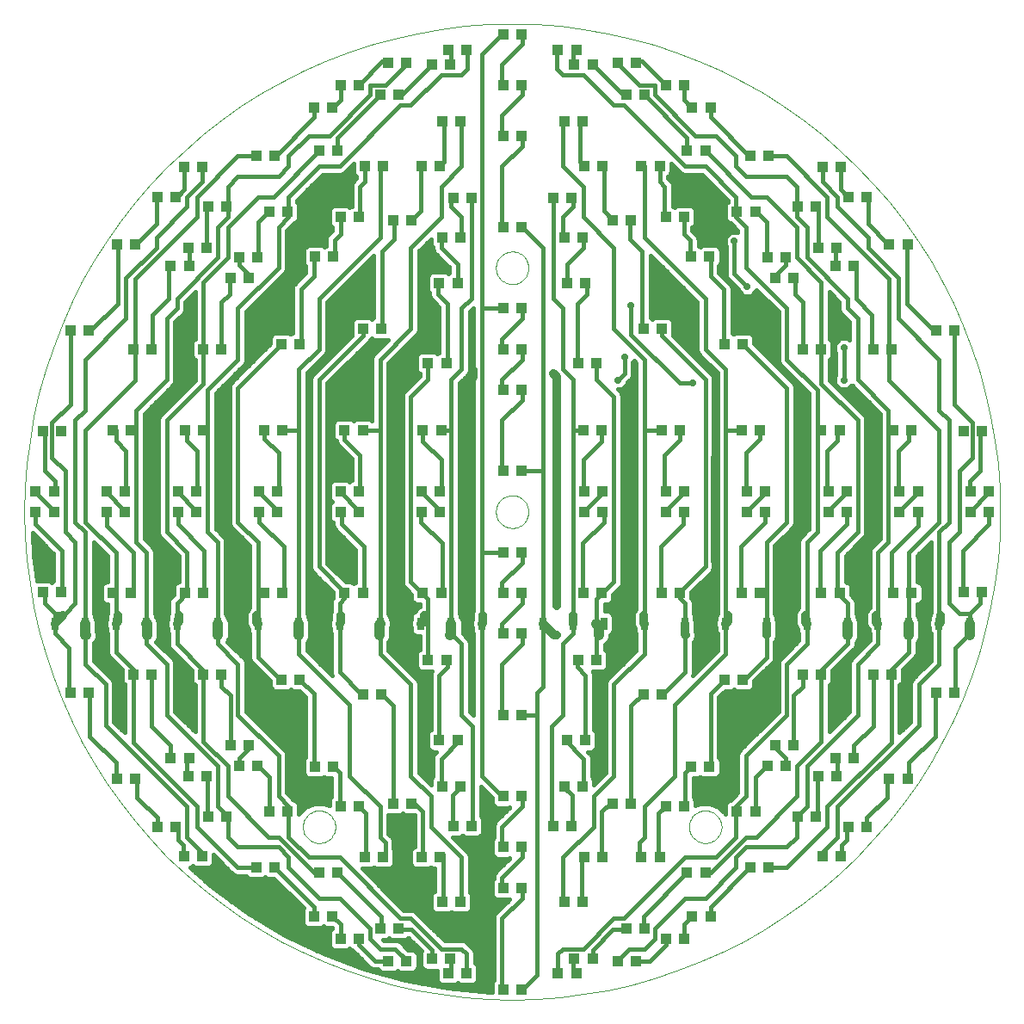
<source format=gbl>
G75*
G70*
%OFA0B0*%
%FSLAX24Y24*%
%IPPOS*%
%LPD*%
%AMOC8*
5,1,8,0,0,1.08239X$1,22.5*
%
%ADD10C,0.0000*%
%ADD11C,0.0000*%
%ADD12R,0.0394X0.0394*%
%ADD13C,0.0160*%
%ADD14R,0.0250X0.0500*%
%ADD15OC8,0.0240*%
%ADD16C,0.0320*%
%ADD17C,0.0400*%
D10*
X013467Y008998D02*
X013469Y009048D01*
X013475Y009098D01*
X013485Y009147D01*
X013499Y009195D01*
X013516Y009242D01*
X013537Y009287D01*
X013562Y009331D01*
X013590Y009372D01*
X013622Y009411D01*
X013656Y009448D01*
X013693Y009482D01*
X013733Y009512D01*
X013775Y009539D01*
X013819Y009563D01*
X013865Y009584D01*
X013912Y009600D01*
X013960Y009613D01*
X014010Y009622D01*
X014059Y009627D01*
X014110Y009628D01*
X014160Y009625D01*
X014209Y009618D01*
X014258Y009607D01*
X014306Y009592D01*
X014352Y009574D01*
X014397Y009552D01*
X014440Y009526D01*
X014481Y009497D01*
X014520Y009465D01*
X014556Y009430D01*
X014588Y009392D01*
X014618Y009352D01*
X014645Y009309D01*
X014668Y009265D01*
X014687Y009219D01*
X014703Y009171D01*
X014715Y009122D01*
X014723Y009073D01*
X014727Y009023D01*
X014727Y008973D01*
X014723Y008923D01*
X014715Y008874D01*
X014703Y008825D01*
X014687Y008777D01*
X014668Y008731D01*
X014645Y008687D01*
X014618Y008644D01*
X014588Y008604D01*
X014556Y008566D01*
X014520Y008531D01*
X014481Y008499D01*
X014440Y008470D01*
X014397Y008444D01*
X014352Y008422D01*
X014306Y008404D01*
X014258Y008389D01*
X014209Y008378D01*
X014160Y008371D01*
X014110Y008368D01*
X014059Y008369D01*
X014010Y008374D01*
X013960Y008383D01*
X013912Y008396D01*
X013865Y008412D01*
X013819Y008433D01*
X013775Y008457D01*
X013733Y008484D01*
X013693Y008514D01*
X013656Y008548D01*
X013622Y008585D01*
X013590Y008624D01*
X013562Y008665D01*
X013537Y008709D01*
X013516Y008754D01*
X013499Y008801D01*
X013485Y008849D01*
X013475Y008898D01*
X013469Y008948D01*
X013467Y008998D01*
X020948Y021203D02*
X020950Y021253D01*
X020956Y021303D01*
X020966Y021352D01*
X020980Y021400D01*
X020997Y021447D01*
X021018Y021492D01*
X021043Y021536D01*
X021071Y021577D01*
X021103Y021616D01*
X021137Y021653D01*
X021174Y021687D01*
X021214Y021717D01*
X021256Y021744D01*
X021300Y021768D01*
X021346Y021789D01*
X021393Y021805D01*
X021441Y021818D01*
X021491Y021827D01*
X021540Y021832D01*
X021591Y021833D01*
X021641Y021830D01*
X021690Y021823D01*
X021739Y021812D01*
X021787Y021797D01*
X021833Y021779D01*
X021878Y021757D01*
X021921Y021731D01*
X021962Y021702D01*
X022001Y021670D01*
X022037Y021635D01*
X022069Y021597D01*
X022099Y021557D01*
X022126Y021514D01*
X022149Y021470D01*
X022168Y021424D01*
X022184Y021376D01*
X022196Y021327D01*
X022204Y021278D01*
X022208Y021228D01*
X022208Y021178D01*
X022204Y021128D01*
X022196Y021079D01*
X022184Y021030D01*
X022168Y020982D01*
X022149Y020936D01*
X022126Y020892D01*
X022099Y020849D01*
X022069Y020809D01*
X022037Y020771D01*
X022001Y020736D01*
X021962Y020704D01*
X021921Y020675D01*
X021878Y020649D01*
X021833Y020627D01*
X021787Y020609D01*
X021739Y020594D01*
X021690Y020583D01*
X021641Y020576D01*
X021591Y020573D01*
X021540Y020574D01*
X021491Y020579D01*
X021441Y020588D01*
X021393Y020601D01*
X021346Y020617D01*
X021300Y020638D01*
X021256Y020662D01*
X021214Y020689D01*
X021174Y020719D01*
X021137Y020753D01*
X021103Y020790D01*
X021071Y020829D01*
X021043Y020870D01*
X021018Y020914D01*
X020997Y020959D01*
X020980Y021006D01*
X020966Y021054D01*
X020956Y021103D01*
X020950Y021153D01*
X020948Y021203D01*
X020948Y030651D02*
X020950Y030701D01*
X020956Y030751D01*
X020966Y030800D01*
X020980Y030848D01*
X020997Y030895D01*
X021018Y030940D01*
X021043Y030984D01*
X021071Y031025D01*
X021103Y031064D01*
X021137Y031101D01*
X021174Y031135D01*
X021214Y031165D01*
X021256Y031192D01*
X021300Y031216D01*
X021346Y031237D01*
X021393Y031253D01*
X021441Y031266D01*
X021491Y031275D01*
X021540Y031280D01*
X021591Y031281D01*
X021641Y031278D01*
X021690Y031271D01*
X021739Y031260D01*
X021787Y031245D01*
X021833Y031227D01*
X021878Y031205D01*
X021921Y031179D01*
X021962Y031150D01*
X022001Y031118D01*
X022037Y031083D01*
X022069Y031045D01*
X022099Y031005D01*
X022126Y030962D01*
X022149Y030918D01*
X022168Y030872D01*
X022184Y030824D01*
X022196Y030775D01*
X022204Y030726D01*
X022208Y030676D01*
X022208Y030626D01*
X022204Y030576D01*
X022196Y030527D01*
X022184Y030478D01*
X022168Y030430D01*
X022149Y030384D01*
X022126Y030340D01*
X022099Y030297D01*
X022069Y030257D01*
X022037Y030219D01*
X022001Y030184D01*
X021962Y030152D01*
X021921Y030123D01*
X021878Y030097D01*
X021833Y030075D01*
X021787Y030057D01*
X021739Y030042D01*
X021690Y030031D01*
X021641Y030024D01*
X021591Y030021D01*
X021540Y030022D01*
X021491Y030027D01*
X021441Y030036D01*
X021393Y030049D01*
X021346Y030065D01*
X021300Y030086D01*
X021256Y030110D01*
X021214Y030137D01*
X021174Y030167D01*
X021137Y030201D01*
X021103Y030238D01*
X021071Y030277D01*
X021043Y030318D01*
X021018Y030362D01*
X020997Y030407D01*
X020980Y030454D01*
X020966Y030502D01*
X020956Y030551D01*
X020950Y030601D01*
X020948Y030651D01*
X028428Y008998D02*
X028430Y009048D01*
X028436Y009098D01*
X028446Y009147D01*
X028460Y009195D01*
X028477Y009242D01*
X028498Y009287D01*
X028523Y009331D01*
X028551Y009372D01*
X028583Y009411D01*
X028617Y009448D01*
X028654Y009482D01*
X028694Y009512D01*
X028736Y009539D01*
X028780Y009563D01*
X028826Y009584D01*
X028873Y009600D01*
X028921Y009613D01*
X028971Y009622D01*
X029020Y009627D01*
X029071Y009628D01*
X029121Y009625D01*
X029170Y009618D01*
X029219Y009607D01*
X029267Y009592D01*
X029313Y009574D01*
X029358Y009552D01*
X029401Y009526D01*
X029442Y009497D01*
X029481Y009465D01*
X029517Y009430D01*
X029549Y009392D01*
X029579Y009352D01*
X029606Y009309D01*
X029629Y009265D01*
X029648Y009219D01*
X029664Y009171D01*
X029676Y009122D01*
X029684Y009073D01*
X029688Y009023D01*
X029688Y008973D01*
X029684Y008923D01*
X029676Y008874D01*
X029664Y008825D01*
X029648Y008777D01*
X029629Y008731D01*
X029606Y008687D01*
X029579Y008644D01*
X029549Y008604D01*
X029517Y008566D01*
X029481Y008531D01*
X029442Y008499D01*
X029401Y008470D01*
X029358Y008444D01*
X029313Y008422D01*
X029267Y008404D01*
X029219Y008389D01*
X029170Y008378D01*
X029121Y008371D01*
X029071Y008368D01*
X029020Y008369D01*
X028971Y008374D01*
X028921Y008383D01*
X028873Y008396D01*
X028826Y008412D01*
X028780Y008433D01*
X028736Y008457D01*
X028694Y008484D01*
X028654Y008514D01*
X028617Y008548D01*
X028583Y008585D01*
X028551Y008624D01*
X028523Y008665D01*
X028498Y008709D01*
X028477Y008754D01*
X028460Y008801D01*
X028446Y008849D01*
X028436Y008898D01*
X028430Y008948D01*
X028428Y008998D01*
D11*
X002680Y021203D02*
X002703Y022130D01*
X002771Y023055D01*
X002885Y023976D01*
X003043Y024890D01*
X003246Y025795D01*
X003494Y026689D01*
X003785Y027570D01*
X004119Y028435D01*
X004494Y029283D01*
X004911Y030111D01*
X005369Y030919D01*
X005865Y031702D01*
X006399Y032461D01*
X006970Y033192D01*
X007576Y033894D01*
X008215Y034566D01*
X008887Y035205D01*
X009589Y035811D01*
X010320Y036382D01*
X011079Y036916D01*
X011862Y037412D01*
X012670Y037870D01*
X013498Y038287D01*
X014346Y038662D01*
X015211Y038996D01*
X016092Y039287D01*
X016986Y039535D01*
X017891Y039738D01*
X018805Y039896D01*
X019726Y040010D01*
X020651Y040078D01*
X021578Y040101D01*
X022505Y040078D01*
X023430Y040010D01*
X024351Y039896D01*
X025265Y039738D01*
X026170Y039535D01*
X027064Y039287D01*
X027945Y038996D01*
X028810Y038662D01*
X029658Y038287D01*
X030486Y037870D01*
X031294Y037412D01*
X032077Y036916D01*
X032836Y036382D01*
X033567Y035811D01*
X034269Y035205D01*
X034941Y034566D01*
X035580Y033894D01*
X036186Y033192D01*
X036757Y032461D01*
X037291Y031702D01*
X037787Y030919D01*
X038245Y030111D01*
X038662Y029283D01*
X039037Y028435D01*
X039371Y027570D01*
X039662Y026689D01*
X039910Y025795D01*
X040113Y024890D01*
X040271Y023976D01*
X040385Y023055D01*
X040453Y022130D01*
X040476Y021203D01*
X040453Y020276D01*
X040385Y019351D01*
X040271Y018430D01*
X040113Y017516D01*
X039910Y016611D01*
X039662Y015717D01*
X039371Y014836D01*
X039037Y013971D01*
X038662Y013123D01*
X038245Y012295D01*
X037787Y011487D01*
X037291Y010704D01*
X036757Y009945D01*
X036186Y009214D01*
X035580Y008512D01*
X034941Y007840D01*
X034269Y007201D01*
X033567Y006595D01*
X032836Y006024D01*
X032077Y005490D01*
X031294Y004994D01*
X030486Y004536D01*
X029658Y004119D01*
X028810Y003744D01*
X027945Y003410D01*
X027064Y003119D01*
X026170Y002871D01*
X025265Y002668D01*
X024351Y002510D01*
X023430Y002396D01*
X022505Y002328D01*
X021578Y002305D01*
X020651Y002328D01*
X019726Y002396D01*
X018805Y002510D01*
X017891Y002668D01*
X016986Y002871D01*
X016092Y003119D01*
X015211Y003410D01*
X014346Y003744D01*
X013498Y004119D01*
X012670Y004536D01*
X011862Y004994D01*
X011079Y005490D01*
X010320Y006024D01*
X009589Y006595D01*
X008887Y007201D01*
X008215Y007840D01*
X007576Y008512D01*
X006970Y009214D01*
X006399Y009945D01*
X005865Y010704D01*
X005369Y011487D01*
X004911Y012295D01*
X004494Y013123D01*
X004119Y013971D01*
X003785Y014836D01*
X003494Y015717D01*
X003246Y016611D01*
X003043Y017516D01*
X002885Y018430D01*
X002771Y019351D01*
X002703Y020276D01*
X002680Y021203D01*
D12*
X003113Y021203D03*
X003822Y021203D03*
X003822Y021990D03*
X003113Y021990D03*
X003389Y024313D03*
X004097Y024313D03*
X006105Y024352D03*
X006814Y024352D03*
X008900Y024352D03*
X009609Y024352D03*
X009334Y021990D03*
X008625Y021990D03*
X008625Y021203D03*
X009334Y021203D03*
X011774Y021203D03*
X012483Y021203D03*
X012483Y021990D03*
X011774Y021990D03*
X011971Y024352D03*
X012680Y024352D03*
X014924Y021990D03*
X015633Y021990D03*
X015633Y021203D03*
X014924Y021203D03*
X015082Y024352D03*
X015790Y024352D03*
X018113Y024352D03*
X018822Y024352D03*
X018782Y021990D03*
X018074Y021990D03*
X018074Y021203D03*
X018782Y021203D03*
X021223Y022777D03*
X021932Y022777D03*
X024373Y021990D03*
X025082Y021990D03*
X025082Y021203D03*
X024373Y021203D03*
X021932Y019628D03*
X021223Y019628D03*
X021223Y018053D03*
X021932Y018053D03*
X021932Y016478D03*
X021223Y016478D03*
X019019Y015455D03*
X018310Y015455D03*
X016499Y014116D03*
X015790Y014116D03*
X013349Y014707D03*
X012641Y014707D03*
X010318Y014903D03*
X009609Y014903D03*
X007601Y014903D03*
X006893Y014903D03*
X005160Y014195D03*
X004452Y014195D03*
X006263Y010848D03*
X006971Y010848D03*
X008349Y011675D03*
X009058Y011675D03*
X009019Y010966D03*
X009727Y010966D03*
X010987Y011360D03*
X011696Y011360D03*
X011381Y012148D03*
X010672Y012148D03*
X012168Y009588D03*
X012877Y009588D03*
X013940Y011321D03*
X014649Y011321D03*
X014924Y009785D03*
X015633Y009785D03*
X016971Y009903D03*
X017680Y009903D03*
X018861Y010573D03*
X019570Y010573D03*
X019294Y009037D03*
X020003Y009037D03*
X021223Y008211D03*
X021932Y008211D03*
X023152Y009037D03*
X023861Y009037D03*
X024373Y007817D03*
X025082Y007817D03*
X026578Y007817D03*
X027286Y007817D03*
X028349Y007226D03*
X029058Y007226D03*
X029255Y005533D03*
X028546Y005533D03*
X028231Y004667D03*
X027523Y004667D03*
X026696Y005061D03*
X025987Y005061D03*
X025672Y003801D03*
X026381Y003801D03*
X024688Y003880D03*
X023979Y003880D03*
X024058Y003329D03*
X023349Y003329D03*
X021932Y002699D03*
X021932Y002699D03*
X021223Y002699D03*
X021223Y002699D03*
X019806Y003329D03*
X019097Y003329D03*
X019176Y003880D03*
X018467Y003880D03*
X017483Y003801D03*
X016774Y003801D03*
X016460Y005061D03*
X017168Y005061D03*
X018861Y006085D03*
X019570Y006085D03*
X021223Y006636D03*
X021932Y006636D03*
X023586Y006085D03*
X024294Y006085D03*
X027523Y009785D03*
X028231Y009785D03*
X028507Y011321D03*
X029215Y011321D03*
X030278Y009588D03*
X030987Y009588D03*
X032641Y009392D03*
X033349Y009392D03*
X034609Y008998D03*
X035318Y008998D03*
X034294Y007856D03*
X033586Y007856D03*
X031499Y007423D03*
X030790Y007423D03*
X033428Y010966D03*
X034137Y010966D03*
X034097Y011675D03*
X034806Y011675D03*
X036184Y010848D03*
X036893Y010848D03*
X037995Y014195D03*
X038704Y014195D03*
X036263Y014903D03*
X035554Y014903D03*
X033546Y014903D03*
X032837Y014903D03*
X030515Y014707D03*
X029806Y014707D03*
X027365Y014116D03*
X026656Y014116D03*
X024845Y015455D03*
X024137Y015455D03*
X021932Y013329D03*
X021223Y013329D03*
X019452Y012344D03*
X018743Y012344D03*
X021223Y010179D03*
X021932Y010179D03*
X023586Y010573D03*
X024294Y010573D03*
X025475Y009903D03*
X026184Y009903D03*
X024412Y012344D03*
X023704Y012344D03*
X018782Y007817D03*
X018074Y007817D03*
X016578Y007817D03*
X015869Y007817D03*
X014806Y007226D03*
X014097Y007226D03*
X013900Y005533D03*
X014609Y005533D03*
X014924Y004667D03*
X015633Y004667D03*
X012365Y007423D03*
X011656Y007423D03*
X010515Y009392D03*
X009806Y009392D03*
X008546Y008998D03*
X007837Y008998D03*
X008861Y007856D03*
X009570Y007856D03*
X009609Y018053D03*
X008900Y018053D03*
X006814Y018053D03*
X006105Y018053D03*
X004097Y018092D03*
X003389Y018092D03*
X005869Y021203D03*
X006578Y021203D03*
X006578Y021990D03*
X005869Y021990D03*
X006893Y027502D03*
X007601Y027502D03*
X009609Y027502D03*
X010318Y027502D03*
X012641Y027699D03*
X013349Y027699D03*
X015790Y028289D03*
X016499Y028289D03*
X018310Y026951D03*
X019019Y026951D03*
X021223Y027502D03*
X021932Y027502D03*
X021932Y025927D03*
X021223Y025927D03*
X024137Y026951D03*
X024845Y026951D03*
X026656Y028289D03*
X027365Y028289D03*
X029806Y027699D03*
X030515Y027699D03*
X032837Y027502D03*
X033546Y027502D03*
X035554Y027502D03*
X036263Y027502D03*
X037995Y028211D03*
X038704Y028211D03*
X036893Y031557D03*
X036184Y031557D03*
X034806Y030730D03*
X034097Y030730D03*
X034137Y031439D03*
X033428Y031439D03*
X032168Y031045D03*
X031460Y031045D03*
X031774Y030258D03*
X032483Y030258D03*
X032641Y033014D03*
X033349Y033014D03*
X034609Y033407D03*
X035318Y033407D03*
X034294Y034549D03*
X033586Y034549D03*
X031499Y034982D03*
X030790Y034982D03*
X029058Y035179D03*
X028349Y035179D03*
X027286Y034588D03*
X026578Y034588D03*
X025082Y034588D03*
X024373Y034588D03*
X023861Y033368D03*
X023152Y033368D03*
X023586Y031833D03*
X024294Y031833D03*
X025475Y032502D03*
X026184Y032502D03*
X027523Y032620D03*
X028231Y032620D03*
X028507Y031085D03*
X029215Y031085D03*
X030278Y032817D03*
X030987Y032817D03*
X029255Y036872D03*
X028546Y036872D03*
X028231Y037738D03*
X027523Y037738D03*
X026696Y037344D03*
X025987Y037344D03*
X025672Y038604D03*
X026381Y038604D03*
X024688Y038525D03*
X023979Y038525D03*
X024058Y039077D03*
X023349Y039077D03*
X021932Y039707D03*
X021223Y039707D03*
X019806Y039077D03*
X019097Y039077D03*
X019176Y038525D03*
X018467Y038525D03*
X017483Y038604D03*
X016774Y038604D03*
X016460Y037344D03*
X017168Y037344D03*
X018861Y036321D03*
X019570Y036321D03*
X021223Y035770D03*
X021932Y035770D03*
X023586Y036321D03*
X024294Y036321D03*
X021932Y037738D03*
X021223Y037738D03*
X018782Y034588D03*
X018074Y034588D03*
X019294Y033368D03*
X020003Y033368D03*
X019570Y031833D03*
X018861Y031833D03*
X017680Y032502D03*
X016971Y032502D03*
X015633Y032620D03*
X014924Y032620D03*
X014649Y031085D03*
X013940Y031085D03*
X012877Y032817D03*
X012168Y032817D03*
X010515Y033014D03*
X009806Y033014D03*
X008546Y033407D03*
X007837Y033407D03*
X008861Y034549D03*
X009570Y034549D03*
X011656Y034982D03*
X012365Y034982D03*
X014097Y035179D03*
X014806Y035179D03*
X015869Y034588D03*
X016578Y034588D03*
X014609Y036872D03*
X013900Y036872D03*
X014924Y037738D03*
X015633Y037738D03*
X021223Y032226D03*
X021932Y032226D03*
X023704Y030061D03*
X024412Y030061D03*
X021932Y029077D03*
X021223Y029077D03*
X019452Y030061D03*
X018743Y030061D03*
X024334Y024352D03*
X025042Y024352D03*
X027365Y024352D03*
X028074Y024352D03*
X028231Y021990D03*
X027523Y021990D03*
X027523Y021203D03*
X028231Y021203D03*
X030672Y021203D03*
X031381Y021203D03*
X031381Y021990D03*
X030672Y021990D03*
X030475Y024352D03*
X031184Y024352D03*
X033546Y024352D03*
X034255Y024352D03*
X036341Y024352D03*
X037050Y024352D03*
X039058Y024313D03*
X039767Y024313D03*
X040042Y021990D03*
X039334Y021990D03*
X039334Y021203D03*
X040042Y021203D03*
X037286Y021203D03*
X036578Y021203D03*
X036578Y021990D03*
X037286Y021990D03*
X034530Y021990D03*
X033822Y021990D03*
X033822Y021203D03*
X034530Y021203D03*
X034255Y018053D03*
X033546Y018053D03*
X031184Y018053D03*
X030475Y018053D03*
X028074Y018053D03*
X027365Y018053D03*
X025042Y018053D03*
X024334Y018053D03*
X018822Y018053D03*
X018113Y018053D03*
X015790Y018053D03*
X015082Y018053D03*
X012680Y018053D03*
X011971Y018053D03*
X005160Y028211D03*
X004452Y028211D03*
X006263Y031557D03*
X006971Y031557D03*
X008349Y030730D03*
X009058Y030730D03*
X009019Y031439D03*
X009727Y031439D03*
X010987Y031045D03*
X011696Y031045D03*
X011381Y030258D03*
X010672Y030258D03*
X031460Y011360D03*
X032168Y011360D03*
X032483Y012148D03*
X031774Y012148D03*
X036341Y018053D03*
X037050Y018053D03*
X039058Y018092D03*
X039767Y018092D03*
D13*
X008822Y008289D02*
X008625Y008486D01*
X008625Y008998D01*
X008979Y008604D02*
X008979Y009785D01*
X005830Y012935D01*
X005830Y014510D01*
X005042Y015297D01*
X005042Y020415D01*
X004649Y020809D01*
X004649Y024746D01*
X005042Y025140D01*
X005042Y027108D01*
X006617Y028683D01*
X006617Y030258D01*
X007798Y031439D01*
X007798Y031833D01*
X008979Y033014D01*
X008979Y033407D01*
X009570Y033998D01*
X009570Y034588D01*
X008861Y034549D02*
X008861Y033683D01*
X008586Y033407D01*
X009373Y033407D02*
X009373Y032620D01*
X006971Y030218D01*
X006971Y026281D01*
X005042Y024352D01*
X005042Y020809D01*
X006223Y019628D01*
X006223Y016872D01*
X006223Y015770D01*
X006893Y015100D01*
X006893Y012266D01*
X009373Y009785D01*
X009373Y008998D01*
X010948Y007423D01*
X011735Y007423D01*
X011901Y006986D02*
X011412Y006986D01*
X011324Y007023D01*
X011256Y007090D01*
X011251Y007103D01*
X010884Y007103D01*
X010766Y007152D01*
X010676Y007242D01*
X010007Y007912D01*
X010007Y007612D01*
X009970Y007523D01*
X009903Y007456D01*
X009814Y007419D01*
X009325Y007419D01*
X009237Y007456D01*
X009215Y007477D01*
X009194Y007456D01*
X009106Y007419D01*
X009086Y007419D01*
X009970Y006647D01*
X011321Y005665D01*
X012755Y004808D01*
X014261Y004083D01*
X015825Y003496D01*
X017435Y003052D01*
X019079Y002754D01*
X020742Y002604D01*
X020786Y002604D01*
X020786Y002943D01*
X020823Y003031D01*
X020864Y003072D01*
X020864Y005518D01*
X020913Y005636D01*
X021003Y005726D01*
X021003Y005726D01*
X021481Y006204D01*
X021468Y006199D01*
X020979Y006199D01*
X020891Y006235D01*
X020823Y006303D01*
X020786Y006391D01*
X020786Y006880D01*
X020823Y006969D01*
X020864Y007009D01*
X020864Y007093D01*
X020913Y007211D01*
X021481Y007779D01*
X021468Y007774D01*
X020979Y007774D01*
X020891Y007810D01*
X020823Y007878D01*
X020786Y007966D01*
X020786Y008455D01*
X020823Y008543D01*
X020864Y008584D01*
X020864Y009062D01*
X020913Y009179D01*
X021481Y009748D01*
X021468Y009742D01*
X020979Y009742D01*
X020891Y009779D01*
X020823Y009846D01*
X020786Y009934D01*
X020786Y010124D01*
X020362Y010548D01*
X020362Y009411D01*
X020403Y009370D01*
X020440Y009282D01*
X020440Y008793D01*
X020403Y008704D01*
X020336Y008637D01*
X020247Y008600D01*
X019758Y008600D01*
X019670Y008637D01*
X019649Y008659D01*
X019627Y008637D01*
X019539Y008600D01*
X019278Y008600D01*
X019880Y007998D01*
X019929Y007880D01*
X019929Y006458D01*
X019970Y006417D01*
X020007Y006329D01*
X020007Y005840D01*
X019970Y005752D01*
X019903Y005684D01*
X019814Y005648D01*
X019325Y005648D01*
X019237Y005684D01*
X019215Y005706D01*
X019194Y005684D01*
X019106Y005648D01*
X018617Y005648D01*
X018528Y005684D01*
X018461Y005752D01*
X018424Y005840D01*
X018424Y006329D01*
X018461Y006417D01*
X018528Y006485D01*
X018580Y006506D01*
X018580Y007380D01*
X018538Y007380D01*
X018450Y007416D01*
X018428Y007438D01*
X018406Y007416D01*
X018318Y007380D01*
X017829Y007380D01*
X017741Y007416D01*
X017673Y007484D01*
X017637Y007572D01*
X017637Y008061D01*
X017673Y008150D01*
X017741Y008217D01*
X017793Y008239D01*
X017793Y009456D01*
X017782Y009467D01*
X017435Y009467D01*
X017347Y009503D01*
X017326Y009525D01*
X017304Y009503D01*
X017216Y009467D01*
X016780Y009467D01*
X016780Y008737D01*
X016928Y008589D01*
X016976Y008471D01*
X016976Y008151D01*
X016978Y008150D01*
X017014Y008061D01*
X017014Y007572D01*
X016978Y007484D01*
X016910Y007416D01*
X016822Y007380D01*
X016333Y007380D01*
X016245Y007416D01*
X016223Y007438D01*
X016202Y007416D01*
X016114Y007380D01*
X015774Y007380D01*
X017379Y005775D01*
X017704Y005775D01*
X017822Y005726D01*
X017912Y005636D01*
X018954Y004594D01*
X019673Y004594D01*
X019790Y004545D01*
X019880Y004455D01*
X020077Y004258D01*
X020126Y004140D01*
X020126Y003734D01*
X020139Y003729D01*
X020206Y003661D01*
X020243Y003573D01*
X020864Y003573D01*
X020864Y003415D02*
X020243Y003415D01*
X020243Y003573D02*
X020243Y003084D01*
X020206Y002996D01*
X020139Y002928D01*
X020051Y002892D01*
X019561Y002892D01*
X019473Y002928D01*
X019452Y002950D01*
X019430Y002928D01*
X019342Y002892D01*
X018853Y002892D01*
X018765Y002928D01*
X018697Y002996D01*
X018660Y003084D01*
X018660Y003443D01*
X018223Y003443D01*
X018135Y003479D01*
X018067Y003547D01*
X018031Y003635D01*
X018031Y004124D01*
X018058Y004191D01*
X017547Y004702D01*
X017542Y004702D01*
X017501Y004661D01*
X017413Y004624D01*
X016924Y004624D01*
X016835Y004661D01*
X016814Y004682D01*
X016792Y004661D01*
X016704Y004624D01*
X016562Y004624D01*
X016592Y004594D01*
X017114Y004594D01*
X017231Y004545D01*
X017321Y004455D01*
X017538Y004238D01*
X017728Y004238D01*
X017816Y004201D01*
X017883Y004134D01*
X017920Y004046D01*
X017920Y003556D01*
X017883Y003468D01*
X017816Y003401D01*
X017728Y003364D01*
X017239Y003364D01*
X017150Y003401D01*
X017129Y003422D01*
X017107Y003401D01*
X017019Y003364D01*
X016530Y003364D01*
X016442Y003401D01*
X016374Y003468D01*
X016369Y003481D01*
X016199Y003481D01*
X016081Y003530D01*
X015451Y004160D01*
X015376Y004236D01*
X015300Y004267D01*
X015278Y004288D01*
X015257Y004267D01*
X015169Y004230D01*
X014680Y004230D01*
X014591Y004267D01*
X014524Y004334D01*
X014487Y004423D01*
X014487Y004912D01*
X014524Y005000D01*
X014591Y005068D01*
X014604Y005073D01*
X014604Y005086D01*
X014593Y005096D01*
X014365Y005096D01*
X014276Y005133D01*
X014255Y005155D01*
X014233Y005133D01*
X014145Y005096D01*
X013656Y005096D01*
X013568Y005133D01*
X013500Y005201D01*
X013464Y005289D01*
X013464Y005778D01*
X013491Y005844D01*
X012349Y006986D01*
X012120Y006986D01*
X012032Y007023D01*
X012011Y007044D01*
X011989Y007023D01*
X011901Y006986D01*
X012434Y006902D02*
X009678Y006902D01*
X009497Y007060D02*
X011286Y007060D01*
X010700Y007219D02*
X009316Y007219D01*
X009134Y007377D02*
X010541Y007377D01*
X010383Y007536D02*
X009975Y007536D01*
X010007Y007694D02*
X010224Y007694D01*
X010066Y007853D02*
X010007Y007853D01*
X009649Y007856D02*
X009649Y007935D01*
X008979Y008604D01*
X008822Y008289D02*
X008822Y007896D01*
X007837Y008998D02*
X007837Y009352D01*
X007050Y010140D01*
X007050Y010848D01*
X006223Y010848D02*
X006223Y011478D01*
X005200Y012502D01*
X005200Y014155D01*
X004412Y014195D02*
X004412Y015927D01*
X003861Y016478D01*
X003861Y017266D01*
X004255Y017266D01*
X004649Y017659D01*
X004649Y020022D01*
X004255Y020415D01*
X004255Y022777D01*
X003743Y023289D01*
X003743Y024667D01*
X004452Y025376D01*
X004452Y028211D01*
X005239Y028211D02*
X006302Y029274D01*
X006302Y031557D01*
X007011Y031557D02*
X007798Y032344D01*
X007798Y033407D01*
X009373Y033407D02*
X010948Y034982D01*
X011735Y034982D01*
X012365Y034943D02*
X013900Y036478D01*
X013900Y036872D01*
X014649Y036872D02*
X014924Y037148D01*
X014924Y037777D01*
X015633Y037738D02*
X016538Y038644D01*
X016735Y038644D01*
X017523Y038604D02*
X016656Y037738D01*
X016066Y037738D01*
X016066Y037344D01*
X014491Y035770D01*
X013704Y035770D01*
X012916Y034982D01*
X012916Y034588D01*
X012523Y034195D01*
X010948Y034195D01*
X010554Y033801D01*
X010554Y032620D01*
X010160Y032226D01*
X010160Y031045D01*
X008586Y029470D01*
X008586Y029077D01*
X008192Y028683D01*
X008192Y026321D01*
X007011Y025140D01*
X007011Y020022D01*
X007404Y019628D01*
X007404Y016085D01*
X008192Y015297D01*
X008192Y013329D01*
X010160Y011360D01*
X010160Y009785D01*
X010554Y009392D01*
X010554Y008604D01*
X010948Y008211D01*
X012523Y008211D01*
X012916Y007817D01*
X012916Y007423D01*
X014097Y006242D01*
X014885Y006242D01*
X016066Y005061D01*
X016066Y004667D01*
X016460Y004274D01*
X017050Y004274D01*
X017523Y003801D01*
X017920Y003732D02*
X018031Y003732D01*
X018031Y003890D02*
X017920Y003890D01*
X017919Y004049D02*
X018031Y004049D01*
X018042Y004207D02*
X017802Y004207D01*
X017883Y004366D02*
X017411Y004366D01*
X017252Y004524D02*
X017725Y004524D01*
X017566Y004683D02*
X017523Y004683D01*
X017680Y005022D02*
X017247Y005022D01*
X017208Y005061D01*
X017247Y005455D02*
X014885Y007817D01*
X013704Y007817D01*
X012916Y008604D01*
X012916Y009785D01*
X012523Y010179D01*
X012523Y011754D01*
X010948Y013329D01*
X010948Y015297D01*
X010160Y016085D01*
X010160Y020022D01*
X009767Y020415D01*
X009767Y025927D01*
X010948Y027108D01*
X010948Y029077D01*
X012523Y030651D01*
X012523Y032226D01*
X012916Y032620D01*
X012916Y033407D01*
X014097Y034588D01*
X014885Y034588D01*
X017247Y036951D01*
X017641Y036951D01*
X018822Y038132D01*
X019609Y038132D01*
X019845Y038368D01*
X019845Y039077D01*
X020397Y038919D02*
X021184Y039707D01*
X021971Y039707D02*
X021971Y039313D01*
X021184Y038525D01*
X021184Y037738D01*
X021971Y037738D02*
X021971Y037344D01*
X021184Y036557D01*
X021184Y035770D01*
X021971Y035770D02*
X021971Y035376D01*
X021184Y034588D01*
X021184Y032226D01*
X021971Y032226D02*
X022759Y031439D01*
X022759Y022777D01*
X021971Y022777D01*
X021184Y022777D02*
X021184Y024746D01*
X021971Y025533D01*
X021971Y025927D01*
X021184Y025927D02*
X021184Y026321D01*
X021971Y027108D01*
X021971Y027502D01*
X021184Y027502D02*
X021184Y027896D01*
X021971Y028683D01*
X021971Y029077D01*
X021184Y029077D02*
X020397Y029077D01*
X020397Y038919D01*
X019215Y038919D02*
X019215Y038525D01*
X019215Y038919D02*
X019058Y039077D01*
X018467Y038525D02*
X017286Y037344D01*
X017208Y037344D01*
X016460Y037344D02*
X014806Y035691D01*
X014806Y035179D01*
X014097Y035179D02*
X012326Y033407D01*
X011735Y033407D01*
X010554Y032226D01*
X010554Y031045D01*
X009609Y030100D01*
X009609Y026163D01*
X008192Y024746D01*
X008192Y020415D01*
X008979Y019628D01*
X008979Y018053D01*
X008586Y017659D01*
X008586Y016085D01*
X009609Y015061D01*
X009609Y012305D01*
X010554Y011360D01*
X010554Y010179D01*
X012129Y008604D01*
X012523Y008604D01*
X013900Y007226D01*
X014097Y007226D01*
X014806Y007226D02*
X016499Y005533D01*
X016499Y005061D01*
X017247Y005455D02*
X017641Y005455D01*
X018822Y004274D01*
X019609Y004274D01*
X019806Y004077D01*
X019806Y003329D01*
X020243Y003256D02*
X020864Y003256D01*
X020864Y003098D02*
X020243Y003098D01*
X020149Y002939D02*
X020786Y002939D01*
X020786Y002781D02*
X018931Y002781D01*
X018754Y002939D02*
X018057Y002939D01*
X017830Y003415D02*
X018660Y003415D01*
X018660Y003256D02*
X016696Y003256D01*
X016428Y003415D02*
X016121Y003415D01*
X016038Y003573D02*
X015620Y003573D01*
X015880Y003732D02*
X015198Y003732D01*
X014776Y003890D02*
X015721Y003890D01*
X015563Y004049D02*
X014353Y004049D01*
X014511Y004366D02*
X013675Y004366D01*
X014004Y004207D02*
X015404Y004207D01*
X015633Y004431D02*
X015633Y004667D01*
X015633Y004431D02*
X016263Y003801D01*
X016774Y003801D01*
X017121Y003415D02*
X017137Y003415D01*
X017270Y003098D02*
X018660Y003098D01*
X019097Y003329D02*
X019215Y003447D01*
X019215Y003840D01*
X018467Y003919D02*
X018467Y004234D01*
X017680Y005022D01*
X018073Y005475D02*
X020864Y005475D01*
X020864Y005317D02*
X018231Y005317D01*
X018390Y005158D02*
X020864Y005158D01*
X020864Y005000D02*
X018548Y005000D01*
X018707Y004841D02*
X020864Y004841D01*
X020864Y004683D02*
X018865Y004683D01*
X018056Y003573D02*
X017920Y003573D01*
X019441Y002939D02*
X019462Y002939D01*
X020133Y003732D02*
X020864Y003732D01*
X020864Y003890D02*
X020126Y003890D01*
X020126Y004049D02*
X020864Y004049D01*
X020864Y004207D02*
X020098Y004207D01*
X019970Y004366D02*
X020864Y004366D01*
X020864Y004524D02*
X019811Y004524D01*
X019987Y005792D02*
X021069Y005792D01*
X020912Y005634D02*
X017914Y005634D01*
X018444Y005792D02*
X017362Y005792D01*
X017204Y005951D02*
X018424Y005951D01*
X018424Y006109D02*
X017045Y006109D01*
X016887Y006268D02*
X018424Y006268D01*
X018469Y006426D02*
X016728Y006426D01*
X016570Y006585D02*
X018580Y006585D01*
X018580Y006743D02*
X016411Y006743D01*
X016253Y006902D02*
X018580Y006902D01*
X018580Y007060D02*
X016094Y007060D01*
X015936Y007219D02*
X018580Y007219D01*
X018580Y007377D02*
X015777Y007377D01*
X015908Y007777D02*
X015908Y009510D01*
X015633Y009785D01*
X014885Y009746D02*
X014885Y011085D01*
X014649Y011321D01*
X014565Y010884D02*
X014404Y010884D01*
X014316Y010920D01*
X014294Y010942D01*
X014273Y010920D01*
X014184Y010884D01*
X013695Y010884D01*
X013607Y010920D01*
X013540Y010988D01*
X013503Y011076D01*
X013503Y011565D01*
X013540Y011654D01*
X013580Y011694D01*
X013580Y014023D01*
X013334Y014270D01*
X013105Y014270D01*
X013016Y014306D01*
X012995Y014328D01*
X012973Y014306D01*
X012885Y014270D01*
X012396Y014270D01*
X012308Y014306D01*
X012240Y014374D01*
X012204Y014462D01*
X012204Y014652D01*
X011464Y015391D01*
X011415Y015509D01*
X011415Y016478D01*
X011407Y016486D01*
X011370Y016574D01*
X011370Y016671D01*
X011341Y016700D01*
X011280Y016847D01*
X011280Y017260D01*
X011341Y017407D01*
X011415Y017481D01*
X011415Y019889D01*
X010766Y020538D01*
X010676Y020628D01*
X010628Y020745D01*
X010628Y026069D01*
X010676Y026187D01*
X012204Y027714D01*
X012204Y027943D01*
X012240Y028031D01*
X012308Y028099D01*
X012396Y028136D01*
X012885Y028136D01*
X012973Y028099D01*
X012995Y028077D01*
X013016Y028099D01*
X013069Y028121D01*
X013069Y029888D01*
X013117Y030006D01*
X013580Y030469D01*
X013580Y030711D01*
X013540Y030752D01*
X013503Y030840D01*
X013503Y031329D01*
X013540Y031417D01*
X013607Y031485D01*
X013695Y031521D01*
X014184Y031521D01*
X014273Y031485D01*
X014294Y031463D01*
X014316Y031485D01*
X014368Y031506D01*
X014368Y031778D01*
X014417Y031896D01*
X014604Y032083D01*
X014604Y032214D01*
X014591Y032220D01*
X014524Y032287D01*
X014487Y032375D01*
X014487Y032865D01*
X014524Y032953D01*
X014591Y033020D01*
X014680Y033057D01*
X015169Y033057D01*
X015257Y033020D01*
X015278Y032999D01*
X015300Y033020D01*
X015352Y033042D01*
X015352Y033865D01*
X015401Y033982D01*
X015549Y034130D01*
X015549Y034183D01*
X015536Y034188D01*
X015469Y034256D01*
X015432Y034344D01*
X015432Y034683D01*
X015066Y034317D01*
X014948Y034268D01*
X014230Y034268D01*
X013236Y033275D01*
X013236Y033191D01*
X013277Y033150D01*
X013314Y033061D01*
X013314Y032572D01*
X013277Y032484D01*
X013210Y032416D01*
X013134Y032385D01*
X013097Y032349D01*
X012843Y032094D01*
X012843Y030588D01*
X012794Y030470D01*
X012704Y030380D01*
X011268Y028944D01*
X011268Y027044D01*
X011219Y026927D01*
X011129Y026837D01*
X010087Y025794D01*
X010087Y020548D01*
X010432Y020203D01*
X010480Y020085D01*
X010480Y017266D01*
X010489Y017258D01*
X010525Y017170D01*
X010525Y017129D01*
X010553Y017101D01*
X010620Y016940D01*
X010620Y016342D01*
X010553Y016181D01*
X010535Y016163D01*
X011219Y015478D01*
X011268Y015361D01*
X011268Y013461D01*
X012794Y011935D01*
X012843Y011817D01*
X012843Y010312D01*
X013134Y010020D01*
X013210Y009989D01*
X013277Y009921D01*
X013314Y009833D01*
X013314Y009484D01*
X013326Y009513D01*
X013582Y009769D01*
X013916Y009908D01*
X014278Y009908D01*
X014487Y009821D01*
X014487Y010030D01*
X014524Y010118D01*
X014565Y010159D01*
X014565Y010884D01*
X014565Y010864D02*
X012843Y010864D01*
X012843Y010706D02*
X014565Y010706D01*
X014565Y010547D02*
X012843Y010547D01*
X012843Y010389D02*
X014565Y010389D01*
X014565Y010230D02*
X012924Y010230D01*
X013083Y010072D02*
X014504Y010072D01*
X014487Y009913D02*
X013281Y009913D01*
X013314Y009755D02*
X013567Y009755D01*
X013409Y009596D02*
X013314Y009596D01*
X012168Y009628D02*
X012168Y010927D01*
X011735Y011360D01*
X010987Y011360D02*
X010987Y011675D01*
X011420Y012108D01*
X010672Y012148D02*
X010672Y014077D01*
X010318Y014431D01*
X010318Y014864D01*
X010278Y014903D01*
X011268Y014827D02*
X012029Y014827D01*
X011870Y014985D02*
X011268Y014985D01*
X011268Y015144D02*
X011712Y015144D01*
X011553Y015302D02*
X011268Y015302D01*
X011226Y015461D02*
X011435Y015461D01*
X011415Y015619D02*
X011078Y015619D01*
X010920Y015778D02*
X011415Y015778D01*
X011415Y015936D02*
X010761Y015936D01*
X010603Y016095D02*
X011415Y016095D01*
X011415Y016253D02*
X010583Y016253D01*
X010620Y016412D02*
X011415Y016412D01*
X011372Y016570D02*
X010620Y016570D01*
X010620Y016729D02*
X011329Y016729D01*
X011280Y016887D02*
X010620Y016887D01*
X010576Y017046D02*
X011280Y017046D01*
X011280Y017204D02*
X010511Y017204D01*
X010480Y017363D02*
X011323Y017363D01*
X011415Y017521D02*
X010480Y017521D01*
X010480Y017680D02*
X011415Y017680D01*
X011415Y017838D02*
X010480Y017838D01*
X010480Y017997D02*
X011415Y017997D01*
X011415Y018155D02*
X010480Y018155D01*
X010480Y018314D02*
X011415Y018314D01*
X011415Y018472D02*
X010480Y018472D01*
X010480Y018631D02*
X011415Y018631D01*
X011415Y018789D02*
X010480Y018789D01*
X010480Y018948D02*
X011415Y018948D01*
X011415Y019106D02*
X010480Y019106D01*
X010480Y019265D02*
X011415Y019265D01*
X011415Y019423D02*
X010480Y019423D01*
X010480Y019582D02*
X011415Y019582D01*
X011415Y019740D02*
X010480Y019740D01*
X010480Y019899D02*
X011406Y019899D01*
X011247Y020057D02*
X010480Y020057D01*
X010419Y020216D02*
X011089Y020216D01*
X010930Y020374D02*
X010260Y020374D01*
X010102Y020533D02*
X010772Y020533D01*
X010650Y020691D02*
X010087Y020691D01*
X010087Y020850D02*
X010628Y020850D01*
X010628Y021008D02*
X010087Y021008D01*
X010087Y021167D02*
X010628Y021167D01*
X010628Y021325D02*
X010087Y021325D01*
X010087Y021484D02*
X010628Y021484D01*
X010628Y021642D02*
X010087Y021642D01*
X010087Y021801D02*
X010628Y021801D01*
X010628Y021959D02*
X010087Y021959D01*
X010087Y022118D02*
X010628Y022118D01*
X010628Y022276D02*
X010087Y022276D01*
X010087Y022435D02*
X010628Y022435D01*
X010628Y022593D02*
X010087Y022593D01*
X010087Y022752D02*
X010628Y022752D01*
X010628Y022910D02*
X010087Y022910D01*
X010087Y023069D02*
X010628Y023069D01*
X010628Y023227D02*
X010087Y023227D01*
X010087Y023386D02*
X010628Y023386D01*
X010628Y023544D02*
X010087Y023544D01*
X010087Y023703D02*
X010628Y023703D01*
X010628Y023861D02*
X010087Y023861D01*
X010087Y024020D02*
X010628Y024020D01*
X010628Y024178D02*
X010087Y024178D01*
X010087Y024337D02*
X010628Y024337D01*
X010628Y024495D02*
X010087Y024495D01*
X010087Y024654D02*
X010628Y024654D01*
X010628Y024812D02*
X010087Y024812D01*
X010087Y024971D02*
X010628Y024971D01*
X010628Y025129D02*
X010087Y025129D01*
X010087Y025288D02*
X010628Y025288D01*
X010628Y025446D02*
X010087Y025446D01*
X010087Y025605D02*
X010628Y025605D01*
X010628Y025763D02*
X010087Y025763D01*
X010214Y025922D02*
X010628Y025922D01*
X010632Y026080D02*
X010372Y026080D01*
X010531Y026239D02*
X010728Y026239D01*
X010689Y026397D02*
X010886Y026397D01*
X010848Y026556D02*
X011045Y026556D01*
X011006Y026714D02*
X011203Y026714D01*
X011165Y026873D02*
X011362Y026873D01*
X011262Y027031D02*
X011520Y027031D01*
X011679Y027190D02*
X011268Y027190D01*
X011268Y027348D02*
X011837Y027348D01*
X011996Y027507D02*
X011268Y027507D01*
X011268Y027665D02*
X012154Y027665D01*
X012204Y027824D02*
X011268Y027824D01*
X011268Y027982D02*
X012220Y027982D01*
X012641Y027699D02*
X010948Y026006D01*
X010948Y020809D01*
X011735Y020022D01*
X011735Y016872D01*
X011735Y015573D01*
X012601Y014707D01*
X012187Y014668D02*
X011268Y014668D01*
X011268Y014510D02*
X012204Y014510D01*
X012263Y014351D02*
X011268Y014351D01*
X011268Y014193D02*
X013411Y014193D01*
X013569Y014034D02*
X011268Y014034D01*
X011268Y013876D02*
X013580Y013876D01*
X013580Y013717D02*
X011268Y013717D01*
X011268Y013559D02*
X013580Y013559D01*
X013580Y013400D02*
X011329Y013400D01*
X011487Y013242D02*
X013580Y013242D01*
X013580Y013083D02*
X011646Y013083D01*
X011804Y012925D02*
X013580Y012925D01*
X013580Y012766D02*
X011963Y012766D01*
X012121Y012608D02*
X013580Y012608D01*
X013580Y012449D02*
X012280Y012449D01*
X012438Y012291D02*
X013580Y012291D01*
X013580Y012132D02*
X012597Y012132D01*
X012755Y011974D02*
X013580Y011974D01*
X013580Y011815D02*
X012843Y011815D01*
X012843Y011657D02*
X013542Y011657D01*
X013503Y011498D02*
X012843Y011498D01*
X012843Y011340D02*
X013503Y011340D01*
X013503Y011181D02*
X012843Y011181D01*
X012843Y011023D02*
X013525Y011023D01*
X013900Y011321D02*
X013900Y014155D01*
X013349Y014707D01*
X013993Y015461D02*
X014565Y015461D01*
X014565Y015619D02*
X013834Y015619D01*
X013676Y015778D02*
X014565Y015778D01*
X014565Y015936D02*
X013630Y015936D01*
X013630Y015823D02*
X013630Y016133D01*
X013678Y016181D01*
X013745Y016342D01*
X013745Y016773D01*
X013750Y016784D01*
X013750Y016959D01*
X013683Y017121D01*
X013675Y017129D01*
X013675Y017170D01*
X013638Y017258D01*
X013630Y017266D01*
X013630Y026582D01*
X014279Y027231D01*
X014369Y027321D01*
X014417Y027438D01*
X014417Y029338D01*
X016218Y031139D01*
X016218Y028711D01*
X016166Y028690D01*
X016145Y028668D01*
X016123Y028690D01*
X016035Y028726D01*
X015857Y028726D01*
X015854Y028727D01*
X015727Y028727D01*
X015724Y028726D01*
X015546Y028726D01*
X015457Y028690D01*
X015390Y028622D01*
X015353Y028534D01*
X015353Y028045D01*
X015358Y028034D01*
X013826Y026502D01*
X013777Y026384D01*
X013777Y026257D01*
X013777Y019013D01*
X013826Y018895D01*
X013916Y018805D01*
X014645Y018077D01*
X014645Y017872D01*
X014613Y017841D01*
X014565Y017723D01*
X014565Y017343D01*
X014530Y017260D01*
X014530Y017194D01*
X014520Y017170D01*
X014520Y017036D01*
X014485Y016951D01*
X014485Y016792D01*
X014520Y016708D01*
X014520Y016574D01*
X014556Y016486D01*
X014565Y016478D01*
X014565Y014919D01*
X014586Y014867D01*
X013630Y015823D01*
X013630Y016095D02*
X014565Y016095D01*
X014565Y016253D02*
X013708Y016253D01*
X013745Y016412D02*
X014565Y016412D01*
X014521Y016570D02*
X013745Y016570D01*
X013745Y016729D02*
X014511Y016729D01*
X014485Y016887D02*
X013750Y016887D01*
X013714Y017046D02*
X014520Y017046D01*
X014530Y017204D02*
X013661Y017204D01*
X013630Y017363D02*
X014565Y017363D01*
X014565Y017521D02*
X013630Y017521D01*
X013630Y017680D02*
X014565Y017680D01*
X014612Y017838D02*
X013630Y017838D01*
X013630Y017997D02*
X014645Y017997D01*
X014566Y018155D02*
X013630Y018155D01*
X013630Y018314D02*
X014408Y018314D01*
X014249Y018472D02*
X013630Y018472D01*
X013630Y018631D02*
X014091Y018631D01*
X013932Y018789D02*
X013630Y018789D01*
X013630Y018948D02*
X013804Y018948D01*
X013777Y019106D02*
X013630Y019106D01*
X013630Y019265D02*
X013777Y019265D01*
X013777Y019423D02*
X013630Y019423D01*
X013630Y019582D02*
X013777Y019582D01*
X013777Y019740D02*
X013630Y019740D01*
X013630Y019899D02*
X013777Y019899D01*
X013777Y020057D02*
X013630Y020057D01*
X013630Y020216D02*
X013777Y020216D01*
X013777Y020374D02*
X013630Y020374D01*
X013630Y020533D02*
X013777Y020533D01*
X013777Y020691D02*
X013630Y020691D01*
X013630Y020850D02*
X013777Y020850D01*
X013777Y021008D02*
X013630Y021008D01*
X013630Y021167D02*
X013777Y021167D01*
X013777Y021325D02*
X013630Y021325D01*
X013630Y021484D02*
X013777Y021484D01*
X013777Y021642D02*
X013630Y021642D01*
X013630Y021801D02*
X013777Y021801D01*
X013777Y021959D02*
X013630Y021959D01*
X013630Y022118D02*
X013777Y022118D01*
X013777Y022276D02*
X013630Y022276D01*
X013630Y022435D02*
X013777Y022435D01*
X013777Y022593D02*
X013630Y022593D01*
X013630Y022752D02*
X013777Y022752D01*
X013777Y022910D02*
X013630Y022910D01*
X013630Y023069D02*
X013777Y023069D01*
X013777Y023227D02*
X013630Y023227D01*
X013630Y023386D02*
X013777Y023386D01*
X013777Y023544D02*
X013630Y023544D01*
X013630Y023703D02*
X013777Y023703D01*
X013777Y023861D02*
X013630Y023861D01*
X013630Y024020D02*
X013777Y024020D01*
X013777Y024178D02*
X013630Y024178D01*
X013630Y024337D02*
X013777Y024337D01*
X013777Y024495D02*
X013630Y024495D01*
X013630Y024654D02*
X013777Y024654D01*
X013777Y024812D02*
X013630Y024812D01*
X013630Y024971D02*
X013777Y024971D01*
X013777Y025129D02*
X013630Y025129D01*
X013630Y025288D02*
X013777Y025288D01*
X013777Y025446D02*
X013630Y025446D01*
X013630Y025605D02*
X013777Y025605D01*
X013777Y025763D02*
X013630Y025763D01*
X013630Y025922D02*
X013777Y025922D01*
X013777Y026080D02*
X013630Y026080D01*
X013630Y026239D02*
X013777Y026239D01*
X013783Y026397D02*
X013630Y026397D01*
X013630Y026556D02*
X013880Y026556D01*
X013762Y026714D02*
X014038Y026714D01*
X013921Y026873D02*
X014197Y026873D01*
X014079Y027031D02*
X014355Y027031D01*
X014238Y027190D02*
X014514Y027190D01*
X014380Y027348D02*
X014672Y027348D01*
X014831Y027507D02*
X014417Y027507D01*
X014417Y027665D02*
X014989Y027665D01*
X015148Y027824D02*
X014417Y027824D01*
X014417Y027982D02*
X015306Y027982D01*
X015353Y028141D02*
X014417Y028141D01*
X014417Y028299D02*
X015353Y028299D01*
X015353Y028458D02*
X014417Y028458D01*
X014417Y028616D02*
X015387Y028616D01*
X015790Y028407D02*
X015790Y028014D01*
X014097Y026321D01*
X014097Y019077D01*
X015082Y018092D01*
X015082Y017856D01*
X014885Y017659D01*
X014885Y014982D01*
X015751Y014116D01*
X015278Y013722D02*
X013310Y015691D01*
X013310Y024352D01*
X012680Y024352D01*
X011971Y024352D02*
X011971Y024037D01*
X012523Y023486D01*
X012523Y021990D01*
X012523Y021203D02*
X011735Y021990D01*
X011774Y021203D02*
X011774Y020809D01*
X012719Y019864D01*
X012719Y018053D01*
X014417Y019209D02*
X014417Y026188D01*
X015972Y027742D01*
X016062Y027832D01*
X016077Y027870D01*
X016123Y027889D01*
X016145Y027910D01*
X016166Y027889D01*
X016254Y027852D01*
X016743Y027852D01*
X016757Y027858D01*
X016188Y027289D01*
X016140Y027172D01*
X016140Y027044D01*
X016140Y024736D01*
X016123Y024753D01*
X016035Y024789D01*
X015546Y024789D01*
X015457Y024753D01*
X015436Y024731D01*
X015414Y024753D01*
X015326Y024789D01*
X014837Y024789D01*
X014749Y024753D01*
X014681Y024685D01*
X014645Y024597D01*
X014645Y024108D01*
X014681Y024019D01*
X014749Y023952D01*
X014762Y023947D01*
X014762Y023934D01*
X014810Y023817D01*
X014900Y023727D01*
X015352Y023275D01*
X015352Y022412D01*
X015300Y022390D01*
X015278Y022369D01*
X015257Y022390D01*
X015169Y022427D01*
X014680Y022427D01*
X014591Y022390D01*
X014524Y022323D01*
X014487Y022235D01*
X014487Y021745D01*
X014524Y021657D01*
X014585Y021596D01*
X014524Y021535D01*
X014487Y021447D01*
X014487Y020958D01*
X014524Y020870D01*
X014591Y020802D01*
X014643Y020781D01*
X014643Y020667D01*
X014692Y020549D01*
X014782Y020459D01*
X015510Y019732D01*
X015510Y018475D01*
X015457Y018453D01*
X015436Y018432D01*
X015414Y018453D01*
X015326Y018490D01*
X015137Y018490D01*
X014417Y019209D01*
X014417Y019265D02*
X015510Y019265D01*
X015510Y019423D02*
X014417Y019423D01*
X014417Y019582D02*
X015510Y019582D01*
X015501Y019740D02*
X014417Y019740D01*
X014417Y019899D02*
X015343Y019899D01*
X015184Y020057D02*
X014417Y020057D01*
X014417Y020216D02*
X015026Y020216D01*
X014867Y020374D02*
X014417Y020374D01*
X014417Y020533D02*
X014709Y020533D01*
X014643Y020691D02*
X014417Y020691D01*
X014417Y020850D02*
X014544Y020850D01*
X014487Y021008D02*
X014417Y021008D01*
X014417Y021167D02*
X014487Y021167D01*
X014487Y021325D02*
X014417Y021325D01*
X014417Y021484D02*
X014502Y021484D01*
X014539Y021642D02*
X014417Y021642D01*
X014417Y021801D02*
X014487Y021801D01*
X014487Y021959D02*
X014417Y021959D01*
X014417Y022118D02*
X014487Y022118D01*
X014504Y022276D02*
X014417Y022276D01*
X014417Y022435D02*
X015352Y022435D01*
X015352Y022593D02*
X014417Y022593D01*
X014417Y022752D02*
X015352Y022752D01*
X015352Y022910D02*
X014417Y022910D01*
X014417Y023069D02*
X015352Y023069D01*
X015352Y023227D02*
X014417Y023227D01*
X014417Y023386D02*
X015241Y023386D01*
X015083Y023544D02*
X014417Y023544D01*
X014417Y023703D02*
X014924Y023703D01*
X014792Y023861D02*
X014417Y023861D01*
X014417Y024020D02*
X014681Y024020D01*
X014645Y024178D02*
X014417Y024178D01*
X014417Y024337D02*
X014645Y024337D01*
X014645Y024495D02*
X014417Y024495D01*
X014417Y024654D02*
X014668Y024654D01*
X014417Y024812D02*
X016140Y024812D01*
X016140Y024971D02*
X014417Y024971D01*
X014417Y025129D02*
X016140Y025129D01*
X016140Y025288D02*
X014417Y025288D01*
X014417Y025446D02*
X016140Y025446D01*
X016140Y025605D02*
X014417Y025605D01*
X014417Y025763D02*
X016140Y025763D01*
X016140Y025922D02*
X014417Y025922D01*
X014417Y026080D02*
X016140Y026080D01*
X016140Y026239D02*
X014468Y026239D01*
X014626Y026397D02*
X016140Y026397D01*
X016140Y026556D02*
X014785Y026556D01*
X014943Y026714D02*
X016140Y026714D01*
X016140Y026873D02*
X015102Y026873D01*
X015260Y027031D02*
X016140Y027031D01*
X016147Y027190D02*
X015419Y027190D01*
X015577Y027348D02*
X016247Y027348D01*
X016405Y027507D02*
X015736Y027507D01*
X015894Y027665D02*
X016564Y027665D01*
X016722Y027824D02*
X016053Y027824D01*
X016538Y028289D02*
X016538Y031281D01*
X017011Y031754D01*
X017011Y032423D01*
X016932Y032502D01*
X016460Y031833D02*
X016460Y034588D01*
X015869Y034588D02*
X015869Y033998D01*
X015672Y033801D01*
X015672Y032620D01*
X015352Y033054D02*
X015175Y033054D01*
X015352Y033213D02*
X013236Y033213D01*
X013314Y033054D02*
X014673Y033054D01*
X014500Y032896D02*
X013314Y032896D01*
X013314Y032737D02*
X014487Y032737D01*
X014487Y032579D02*
X013314Y032579D01*
X013213Y032420D02*
X014487Y032420D01*
X014549Y032262D02*
X013010Y032262D01*
X012852Y032103D02*
X014604Y032103D01*
X014465Y031945D02*
X012843Y031945D01*
X012843Y031786D02*
X014371Y031786D01*
X014368Y031628D02*
X012843Y031628D01*
X012843Y031469D02*
X013591Y031469D01*
X013503Y031311D02*
X012843Y031311D01*
X012843Y031152D02*
X013503Y031152D01*
X013503Y030994D02*
X012843Y030994D01*
X012843Y030835D02*
X013505Y030835D01*
X013580Y030677D02*
X012843Y030677D01*
X012814Y030518D02*
X013580Y030518D01*
X013471Y030360D02*
X012683Y030360D01*
X012525Y030201D02*
X013312Y030201D01*
X013154Y030043D02*
X012366Y030043D01*
X012208Y029884D02*
X013069Y029884D01*
X013069Y029726D02*
X012049Y029726D01*
X011891Y029567D02*
X013069Y029567D01*
X013069Y029409D02*
X011732Y029409D01*
X011574Y029250D02*
X013069Y029250D01*
X013069Y029092D02*
X011415Y029092D01*
X011268Y028933D02*
X013069Y028933D01*
X013069Y028775D02*
X011268Y028775D01*
X011268Y028616D02*
X013069Y028616D01*
X013069Y028458D02*
X011268Y028458D01*
X011268Y028299D02*
X013069Y028299D01*
X013069Y028141D02*
X011268Y028141D01*
X010318Y027502D02*
X010318Y029313D01*
X010633Y029628D01*
X010633Y030258D01*
X010672Y030297D01*
X010987Y030770D02*
X010987Y031085D01*
X010987Y030770D02*
X011420Y030336D01*
X011420Y030297D01*
X011735Y031085D02*
X011735Y032423D01*
X012129Y032817D01*
X013332Y033371D02*
X015352Y033371D01*
X015352Y033530D02*
X013491Y033530D01*
X013649Y033688D02*
X015352Y033688D01*
X015352Y033847D02*
X013808Y033847D01*
X013966Y034005D02*
X015424Y034005D01*
X015549Y034164D02*
X014125Y034164D01*
X015071Y034322D02*
X015441Y034322D01*
X015432Y034481D02*
X015229Y034481D01*
X015388Y034639D02*
X015432Y034639D01*
X014885Y032620D02*
X014924Y032581D01*
X014924Y031951D01*
X014688Y031714D01*
X014688Y031045D01*
X014300Y031469D02*
X014288Y031469D01*
X013979Y031085D02*
X013900Y031006D01*
X013900Y030336D01*
X013389Y029825D01*
X013389Y027699D01*
X014097Y027502D02*
X013310Y026714D01*
X013310Y024352D01*
X015082Y024352D02*
X015082Y023998D01*
X015672Y023407D01*
X015672Y021990D01*
X015672Y021203D02*
X014885Y021990D01*
X014963Y021203D02*
X014963Y020730D01*
X015830Y019864D01*
X015830Y018014D01*
X015503Y018472D02*
X015369Y018472D01*
X015510Y018631D02*
X014996Y018631D01*
X014837Y018789D02*
X015510Y018789D01*
X015510Y018948D02*
X014679Y018948D01*
X014520Y019106D02*
X015510Y019106D01*
X016780Y019106D02*
X017321Y019106D01*
X017321Y018948D02*
X016780Y018948D01*
X016780Y018789D02*
X017321Y018789D01*
X017321Y018631D02*
X016780Y018631D01*
X016780Y018472D02*
X017321Y018472D01*
X017321Y018422D02*
X017369Y018305D01*
X017459Y018215D01*
X017676Y017998D01*
X017676Y017808D01*
X017713Y017720D01*
X017780Y017653D01*
X017868Y017616D01*
X017990Y017616D01*
X017990Y017534D01*
X017953Y017519D01*
X017841Y017407D01*
X017814Y017342D01*
X017773Y017325D01*
X017706Y017258D01*
X017669Y017170D01*
X017669Y017036D01*
X017634Y016951D01*
X017634Y016792D01*
X017669Y016708D01*
X017669Y016574D01*
X017706Y016486D01*
X017773Y016418D01*
X017862Y016382D01*
X017990Y016382D01*
X017990Y015860D01*
X017977Y015855D01*
X017910Y015787D01*
X017873Y015699D01*
X017873Y015210D01*
X017910Y015122D01*
X017977Y015054D01*
X018065Y015018D01*
X018460Y015018D01*
X018423Y014928D01*
X018423Y012750D01*
X018410Y012745D01*
X018343Y012677D01*
X018306Y012589D01*
X018306Y012100D01*
X018343Y012012D01*
X018410Y011944D01*
X018498Y011908D01*
X018641Y011908D01*
X018550Y011817D01*
X018502Y011699D01*
X018502Y010946D01*
X018461Y010906D01*
X018424Y010817D01*
X018424Y010635D01*
X017961Y011099D01*
X017961Y014573D01*
X017912Y014691D01*
X016780Y015823D01*
X016780Y016157D01*
X016803Y016181D01*
X016870Y016342D01*
X016870Y016713D01*
X016900Y016784D01*
X016900Y016959D01*
X016833Y017121D01*
X016825Y017129D01*
X016825Y017170D01*
X016788Y017258D01*
X016780Y017266D01*
X016780Y026976D01*
X017822Y028018D01*
X017912Y028108D01*
X017961Y028226D01*
X017961Y031306D01*
X018424Y031770D01*
X018424Y031588D01*
X018461Y031500D01*
X018502Y031459D01*
X018502Y031375D01*
X018550Y031258D01*
X018640Y031168D01*
X019132Y030676D01*
X019132Y030467D01*
X019119Y030461D01*
X019097Y030440D01*
X019076Y030461D01*
X018988Y030498D01*
X018498Y030498D01*
X018410Y030461D01*
X018343Y030394D01*
X018306Y030305D01*
X018306Y029816D01*
X018343Y029728D01*
X018384Y029687D01*
X018384Y029564D01*
X018432Y029447D01*
X018522Y029357D01*
X018738Y029141D01*
X018738Y027373D01*
X018686Y027351D01*
X018664Y027329D01*
X018643Y027351D01*
X018555Y027388D01*
X018065Y027388D01*
X017977Y027351D01*
X017910Y027283D01*
X017873Y027195D01*
X017873Y026706D01*
X017910Y026618D01*
X017977Y026550D01*
X017990Y026545D01*
X017990Y026453D01*
X017369Y025833D01*
X017321Y025715D01*
X017321Y018422D01*
X017366Y018314D02*
X016780Y018314D01*
X016780Y018155D02*
X017519Y018155D01*
X017676Y017997D02*
X016780Y017997D01*
X016780Y017838D02*
X017676Y017838D01*
X017753Y017680D02*
X016780Y017680D01*
X016780Y017521D02*
X017958Y017521D01*
X017823Y017363D02*
X016780Y017363D01*
X016810Y017204D02*
X017684Y017204D01*
X017669Y017046D02*
X016864Y017046D01*
X016900Y016887D02*
X017634Y016887D01*
X017661Y016729D02*
X016876Y016729D01*
X016870Y016570D02*
X017671Y016570D01*
X017790Y016412D02*
X016870Y016412D01*
X016833Y016253D02*
X017990Y016253D01*
X017990Y016095D02*
X016780Y016095D01*
X016780Y015936D02*
X017990Y015936D01*
X017906Y015778D02*
X016825Y015778D01*
X016984Y015619D02*
X017873Y015619D01*
X017873Y015461D02*
X017142Y015461D01*
X017301Y015302D02*
X017873Y015302D01*
X017901Y015144D02*
X017459Y015144D01*
X017618Y014985D02*
X018447Y014985D01*
X018423Y014827D02*
X017776Y014827D01*
X017921Y014668D02*
X018423Y014668D01*
X018423Y014510D02*
X017961Y014510D01*
X017961Y014351D02*
X018423Y014351D01*
X018423Y014193D02*
X017961Y014193D01*
X017961Y014034D02*
X018423Y014034D01*
X018423Y013876D02*
X017961Y013876D01*
X017961Y013717D02*
X018423Y013717D01*
X018423Y013559D02*
X017961Y013559D01*
X017961Y013400D02*
X018423Y013400D01*
X018423Y013242D02*
X017961Y013242D01*
X017961Y013083D02*
X018423Y013083D01*
X018423Y012925D02*
X017961Y012925D01*
X017961Y012766D02*
X018423Y012766D01*
X018314Y012608D02*
X017961Y012608D01*
X017961Y012449D02*
X018306Y012449D01*
X018306Y012291D02*
X017961Y012291D01*
X017961Y012132D02*
X018306Y012132D01*
X018381Y011974D02*
X017961Y011974D01*
X017961Y011815D02*
X018550Y011815D01*
X018502Y011657D02*
X017961Y011657D01*
X017961Y011498D02*
X018502Y011498D01*
X018502Y011340D02*
X017961Y011340D01*
X017961Y011181D02*
X018502Y011181D01*
X018502Y011023D02*
X018037Y011023D01*
X018196Y010864D02*
X018444Y010864D01*
X018424Y010706D02*
X018354Y010706D01*
X018822Y010651D02*
X018822Y011636D01*
X019530Y012344D01*
X020042Y012896D02*
X019609Y013329D01*
X019609Y016085D01*
X019215Y016478D01*
X019215Y024352D01*
X018822Y024352D01*
X019215Y024352D02*
X019215Y026321D01*
X019609Y026714D01*
X019609Y029077D01*
X020003Y029470D01*
X020003Y033407D01*
X019215Y033407D02*
X019215Y033014D01*
X019609Y032620D01*
X019609Y031833D01*
X018822Y031833D02*
X018822Y031439D01*
X019452Y030809D01*
X019452Y030061D01*
X019132Y030518D02*
X017961Y030518D01*
X017961Y030360D02*
X018329Y030360D01*
X018306Y030201D02*
X017961Y030201D01*
X017961Y030043D02*
X018306Y030043D01*
X018306Y029884D02*
X017961Y029884D01*
X017961Y029726D02*
X018345Y029726D01*
X018384Y029567D02*
X017961Y029567D01*
X017961Y029409D02*
X018470Y029409D01*
X018629Y029250D02*
X017961Y029250D01*
X017961Y029092D02*
X018738Y029092D01*
X018738Y028933D02*
X017961Y028933D01*
X017961Y028775D02*
X018738Y028775D01*
X018738Y028616D02*
X017961Y028616D01*
X017961Y028458D02*
X018738Y028458D01*
X018738Y028299D02*
X017961Y028299D01*
X017925Y028141D02*
X018738Y028141D01*
X018738Y027982D02*
X017786Y027982D01*
X017822Y028018D02*
X017822Y028018D01*
X017627Y027824D02*
X018738Y027824D01*
X018738Y027665D02*
X017469Y027665D01*
X017310Y027507D02*
X018738Y027507D01*
X018683Y027348D02*
X018646Y027348D01*
X018310Y026990D02*
X018310Y026321D01*
X017641Y025651D01*
X017641Y018486D01*
X018310Y017817D01*
X018310Y016872D01*
X018034Y016872D01*
X018310Y016872D02*
X018310Y015455D01*
X018743Y014864D02*
X019058Y015179D01*
X019058Y015455D01*
X019019Y015494D01*
X018743Y014864D02*
X018743Y012305D01*
X020042Y012896D02*
X020042Y009077D01*
X020440Y009121D02*
X020888Y009121D01*
X020864Y008962D02*
X020440Y008962D01*
X020440Y008804D02*
X020864Y008804D01*
X020864Y008645D02*
X020344Y008645D01*
X020799Y008487D02*
X019392Y008487D01*
X019550Y008328D02*
X020786Y008328D01*
X020786Y008170D02*
X019709Y008170D01*
X019867Y008011D02*
X020786Y008011D01*
X020848Y007853D02*
X019929Y007853D01*
X019929Y007694D02*
X021396Y007694D01*
X021237Y007536D02*
X019929Y007536D01*
X019929Y007377D02*
X021079Y007377D01*
X020920Y007219D02*
X019929Y007219D01*
X019929Y007060D02*
X020864Y007060D01*
X020795Y006902D02*
X019929Y006902D01*
X019929Y006743D02*
X020786Y006743D01*
X020786Y006585D02*
X019929Y006585D01*
X019961Y006426D02*
X020786Y006426D01*
X020858Y006268D02*
X020007Y006268D01*
X020007Y006109D02*
X021386Y006109D01*
X021227Y005951D02*
X020007Y005951D01*
X019609Y006085D02*
X019609Y007817D01*
X018428Y008998D01*
X018428Y010179D01*
X017641Y010966D01*
X017641Y014510D01*
X016460Y015691D01*
X016460Y024352D01*
X015672Y024352D01*
X016460Y024352D02*
X016460Y027108D01*
X017641Y028289D01*
X017641Y031439D01*
X018822Y032620D01*
X018822Y033801D01*
X019609Y034588D01*
X019609Y036321D01*
X018940Y036360D02*
X018940Y034746D01*
X018822Y034628D01*
X018034Y034588D02*
X018034Y032856D01*
X017680Y032502D01*
X018282Y031628D02*
X018424Y031628D01*
X018492Y031469D02*
X018123Y031469D01*
X017965Y031311D02*
X018529Y031311D01*
X018656Y031152D02*
X017961Y031152D01*
X017961Y030994D02*
X018814Y030994D01*
X018973Y030835D02*
X017961Y030835D01*
X017961Y030677D02*
X019131Y030677D01*
X018704Y030100D02*
X018704Y029628D01*
X019058Y029274D01*
X019058Y026951D01*
X019744Y026397D02*
X020077Y026397D01*
X020077Y026239D02*
X019586Y026239D01*
X019535Y026188D02*
X019790Y026443D01*
X019880Y026533D01*
X019929Y026651D01*
X019929Y028944D01*
X020077Y029092D01*
X020077Y029013D01*
X020077Y017372D01*
X020030Y017260D01*
X020030Y017032D01*
X019997Y016951D01*
X019997Y016792D01*
X020032Y016708D01*
X020032Y016574D01*
X020068Y016486D01*
X020077Y016478D01*
X020077Y013314D01*
X019929Y013461D01*
X019929Y016148D01*
X019880Y016266D01*
X019655Y016491D01*
X019655Y016959D01*
X019588Y017121D01*
X019580Y017129D01*
X019580Y017170D01*
X019544Y017258D01*
X019535Y017266D01*
X019535Y026188D01*
X019535Y026080D02*
X020077Y026080D01*
X020077Y025922D02*
X019535Y025922D01*
X019535Y025763D02*
X020077Y025763D01*
X020077Y025605D02*
X019535Y025605D01*
X019535Y025446D02*
X020077Y025446D01*
X020077Y025288D02*
X019535Y025288D01*
X019535Y025129D02*
X020077Y025129D01*
X020077Y024971D02*
X019535Y024971D01*
X019535Y024812D02*
X020077Y024812D01*
X020077Y024654D02*
X019535Y024654D01*
X019535Y024495D02*
X020077Y024495D01*
X020077Y024337D02*
X019535Y024337D01*
X019535Y024178D02*
X020077Y024178D01*
X020077Y024020D02*
X019535Y024020D01*
X019535Y023861D02*
X020077Y023861D01*
X020077Y023703D02*
X019535Y023703D01*
X019535Y023544D02*
X020077Y023544D01*
X020077Y023386D02*
X019535Y023386D01*
X019535Y023227D02*
X020077Y023227D01*
X020077Y023069D02*
X019535Y023069D01*
X019535Y022910D02*
X020077Y022910D01*
X020077Y022752D02*
X019535Y022752D01*
X019535Y022593D02*
X020077Y022593D01*
X020077Y022435D02*
X019535Y022435D01*
X019535Y022276D02*
X020077Y022276D01*
X020077Y022118D02*
X019535Y022118D01*
X019535Y021959D02*
X020077Y021959D01*
X020077Y021801D02*
X019535Y021801D01*
X019535Y021642D02*
X020077Y021642D01*
X020077Y021484D02*
X019535Y021484D01*
X019535Y021325D02*
X020077Y021325D01*
X020077Y021167D02*
X019535Y021167D01*
X019535Y021008D02*
X020077Y021008D01*
X020077Y020850D02*
X019535Y020850D01*
X019535Y020691D02*
X020077Y020691D01*
X020077Y020533D02*
X019535Y020533D01*
X019535Y020374D02*
X020077Y020374D01*
X020077Y020216D02*
X019535Y020216D01*
X019535Y020057D02*
X020077Y020057D01*
X020077Y019899D02*
X019535Y019899D01*
X019535Y019740D02*
X020077Y019740D01*
X020077Y019582D02*
X019535Y019582D01*
X019535Y019423D02*
X020077Y019423D01*
X020077Y019265D02*
X019535Y019265D01*
X019535Y019106D02*
X020077Y019106D01*
X020077Y018948D02*
X019535Y018948D01*
X019535Y018789D02*
X020077Y018789D01*
X020077Y018631D02*
X019535Y018631D01*
X019535Y018472D02*
X020077Y018472D01*
X020077Y018314D02*
X019535Y018314D01*
X019535Y018155D02*
X020077Y018155D01*
X020077Y017997D02*
X019535Y017997D01*
X019535Y017838D02*
X020077Y017838D01*
X020077Y017680D02*
X019535Y017680D01*
X019535Y017521D02*
X020077Y017521D01*
X020073Y017363D02*
X019535Y017363D01*
X019566Y017204D02*
X020030Y017204D01*
X020030Y017046D02*
X019620Y017046D01*
X019655Y016887D02*
X019997Y016887D01*
X020023Y016729D02*
X019655Y016729D01*
X019655Y016570D02*
X020033Y016570D01*
X020077Y016412D02*
X019735Y016412D01*
X019886Y016253D02*
X020077Y016253D01*
X020077Y016095D02*
X019929Y016095D01*
X019929Y015936D02*
X020077Y015936D01*
X020077Y015778D02*
X019929Y015778D01*
X019929Y015619D02*
X020077Y015619D01*
X020077Y015461D02*
X019929Y015461D01*
X019929Y015302D02*
X020077Y015302D01*
X020077Y015144D02*
X019929Y015144D01*
X019929Y014985D02*
X020077Y014985D01*
X020077Y014827D02*
X019929Y014827D01*
X019929Y014668D02*
X020077Y014668D01*
X020077Y014510D02*
X019929Y014510D01*
X019929Y014351D02*
X020077Y014351D01*
X020077Y014193D02*
X019929Y014193D01*
X019929Y014034D02*
X020077Y014034D01*
X020077Y013876D02*
X019929Y013876D01*
X019929Y013717D02*
X020077Y013717D01*
X020077Y013559D02*
X019929Y013559D01*
X019990Y013400D02*
X020077Y013400D01*
X021184Y013329D02*
X021184Y015297D01*
X021971Y016085D01*
X021971Y016478D01*
X021184Y016478D02*
X021184Y016872D01*
X021971Y017659D01*
X021971Y018053D01*
X021184Y018053D02*
X021184Y018447D01*
X021971Y019234D01*
X021971Y019628D01*
X021184Y019628D02*
X020397Y019628D01*
X020397Y029077D01*
X020077Y028933D02*
X019929Y028933D01*
X019929Y028775D02*
X020077Y028775D01*
X020077Y028616D02*
X019929Y028616D01*
X019929Y028458D02*
X020077Y028458D01*
X020077Y028299D02*
X019929Y028299D01*
X019929Y028141D02*
X020077Y028141D01*
X020077Y027982D02*
X019929Y027982D01*
X019929Y027824D02*
X020077Y027824D01*
X020077Y027665D02*
X019929Y027665D01*
X019929Y027507D02*
X020077Y027507D01*
X020077Y027348D02*
X019929Y027348D01*
X019929Y027190D02*
X020077Y027190D01*
X020077Y027031D02*
X019929Y027031D01*
X019929Y026873D02*
X020077Y026873D01*
X020077Y026714D02*
X019929Y026714D01*
X019890Y026556D02*
X020077Y026556D01*
X017972Y026556D02*
X016780Y026556D01*
X016780Y026714D02*
X017873Y026714D01*
X017873Y026873D02*
X016780Y026873D01*
X016835Y027031D02*
X017873Y027031D01*
X017873Y027190D02*
X016993Y027190D01*
X017152Y027348D02*
X017974Y027348D01*
X017934Y026397D02*
X016780Y026397D01*
X016780Y026239D02*
X017775Y026239D01*
X017617Y026080D02*
X016780Y026080D01*
X016780Y025922D02*
X017458Y025922D01*
X017340Y025763D02*
X016780Y025763D01*
X016780Y025605D02*
X017321Y025605D01*
X017321Y025446D02*
X016780Y025446D01*
X016780Y025288D02*
X017321Y025288D01*
X017321Y025129D02*
X016780Y025129D01*
X016780Y024971D02*
X017321Y024971D01*
X017321Y024812D02*
X016780Y024812D01*
X016780Y024654D02*
X017321Y024654D01*
X017321Y024495D02*
X016780Y024495D01*
X016780Y024337D02*
X017321Y024337D01*
X017321Y024178D02*
X016780Y024178D01*
X016780Y024020D02*
X017321Y024020D01*
X017321Y023861D02*
X016780Y023861D01*
X016780Y023703D02*
X017321Y023703D01*
X017321Y023544D02*
X016780Y023544D01*
X016780Y023386D02*
X017321Y023386D01*
X017321Y023227D02*
X016780Y023227D01*
X016780Y023069D02*
X017321Y023069D01*
X017321Y022910D02*
X016780Y022910D01*
X016780Y022752D02*
X017321Y022752D01*
X017321Y022593D02*
X016780Y022593D01*
X016780Y022435D02*
X017321Y022435D01*
X017321Y022276D02*
X016780Y022276D01*
X016780Y022118D02*
X017321Y022118D01*
X017321Y021959D02*
X016780Y021959D01*
X016780Y021801D02*
X017321Y021801D01*
X017321Y021642D02*
X016780Y021642D01*
X016780Y021484D02*
X017321Y021484D01*
X017321Y021325D02*
X016780Y021325D01*
X016780Y021167D02*
X017321Y021167D01*
X017321Y021008D02*
X016780Y021008D01*
X016780Y020850D02*
X017321Y020850D01*
X017321Y020691D02*
X016780Y020691D01*
X016780Y020533D02*
X017321Y020533D01*
X017321Y020374D02*
X016780Y020374D01*
X016780Y020216D02*
X017321Y020216D01*
X017321Y020057D02*
X016780Y020057D01*
X016780Y019899D02*
X017321Y019899D01*
X017321Y019740D02*
X016780Y019740D01*
X016780Y019582D02*
X017321Y019582D01*
X017321Y019423D02*
X016780Y019423D01*
X016780Y019265D02*
X017321Y019265D01*
X018861Y019982D02*
X018861Y018053D01*
X020397Y016872D02*
X020397Y019628D01*
X018861Y019982D02*
X018034Y020809D01*
X018034Y021203D01*
X018034Y021990D02*
X018822Y021203D01*
X018822Y021990D02*
X018822Y023211D01*
X018113Y023919D01*
X018113Y024352D01*
X014097Y027502D02*
X014097Y029470D01*
X016460Y031833D01*
X016218Y030994D02*
X016073Y030994D01*
X016218Y030835D02*
X015915Y030835D01*
X015756Y030677D02*
X016218Y030677D01*
X016218Y030518D02*
X015598Y030518D01*
X015439Y030360D02*
X016218Y030360D01*
X016218Y030201D02*
X015281Y030201D01*
X015122Y030043D02*
X016218Y030043D01*
X016218Y029884D02*
X014964Y029884D01*
X014805Y029726D02*
X016218Y029726D01*
X016218Y029567D02*
X014647Y029567D01*
X014488Y029409D02*
X016218Y029409D01*
X016218Y029250D02*
X014417Y029250D01*
X014417Y029092D02*
X016218Y029092D01*
X016218Y028933D02*
X014417Y028933D01*
X014417Y028775D02*
X016218Y028775D01*
X009727Y031478D02*
X009727Y032974D01*
X009806Y033053D01*
X008940Y031478D02*
X009058Y031360D01*
X009058Y030770D01*
X008310Y030730D02*
X008271Y030691D01*
X008271Y029470D01*
X007641Y028840D01*
X007641Y027502D01*
X008512Y027507D02*
X009172Y027507D01*
X009172Y027665D02*
X008512Y027665D01*
X008512Y027824D02*
X009204Y027824D01*
X009209Y027835D02*
X009172Y027746D01*
X009172Y027257D01*
X009209Y027169D01*
X009276Y027102D01*
X009289Y027096D01*
X009289Y026296D01*
X007921Y024927D01*
X007872Y024810D01*
X007872Y020352D01*
X007921Y020234D01*
X008011Y020144D01*
X008659Y019495D01*
X008659Y018490D01*
X008656Y018490D01*
X008568Y018453D01*
X008500Y018386D01*
X008464Y018298D01*
X008464Y017990D01*
X008314Y017841D01*
X008266Y017723D01*
X008266Y017266D01*
X008257Y017258D01*
X008221Y017170D01*
X008221Y017036D01*
X008186Y016951D01*
X008186Y016792D01*
X008221Y016708D01*
X008221Y016574D01*
X008257Y016486D01*
X008266Y016478D01*
X008266Y016021D01*
X008314Y015903D01*
X008404Y015813D01*
X009172Y015045D01*
X009172Y014659D01*
X009209Y014571D01*
X009276Y014503D01*
X009289Y014498D01*
X009289Y012684D01*
X008512Y013461D01*
X008512Y015361D01*
X008463Y015478D01*
X007782Y016160D01*
X007803Y016181D01*
X007870Y016342D01*
X007870Y016934D01*
X007803Y017096D01*
X007769Y017129D01*
X007769Y017170D01*
X007733Y017258D01*
X007724Y017266D01*
X007724Y019691D01*
X007676Y019809D01*
X007586Y019899D01*
X007331Y020154D01*
X007331Y025007D01*
X008463Y026139D01*
X008512Y026257D01*
X008512Y028550D01*
X008857Y028895D01*
X008906Y029013D01*
X008906Y029338D01*
X009289Y029721D01*
X009289Y027907D01*
X009276Y027902D01*
X009209Y027835D01*
X009289Y027982D02*
X008512Y027982D01*
X008512Y028141D02*
X009289Y028141D01*
X009289Y028299D02*
X008512Y028299D01*
X008512Y028458D02*
X009289Y028458D01*
X009289Y028616D02*
X008577Y028616D01*
X008736Y028775D02*
X009289Y028775D01*
X009289Y028933D02*
X008872Y028933D01*
X008906Y029092D02*
X009289Y029092D01*
X009289Y029250D02*
X008906Y029250D01*
X008976Y029409D02*
X009289Y029409D01*
X009289Y029567D02*
X009135Y029567D01*
X009172Y027348D02*
X008512Y027348D01*
X008512Y027190D02*
X009200Y027190D01*
X009289Y027031D02*
X008512Y027031D01*
X008512Y026873D02*
X009289Y026873D01*
X009289Y026714D02*
X008512Y026714D01*
X008512Y026556D02*
X009289Y026556D01*
X009289Y026397D02*
X008512Y026397D01*
X008504Y026239D02*
X009232Y026239D01*
X009073Y026080D02*
X008404Y026080D01*
X008245Y025922D02*
X008915Y025922D01*
X008756Y025763D02*
X008087Y025763D01*
X007928Y025605D02*
X008598Y025605D01*
X008439Y025446D02*
X007770Y025446D01*
X007611Y025288D02*
X008281Y025288D01*
X008122Y025129D02*
X007453Y025129D01*
X007331Y024971D02*
X007964Y024971D01*
X007873Y024812D02*
X007331Y024812D01*
X007331Y024654D02*
X007872Y024654D01*
X007872Y024495D02*
X007331Y024495D01*
X007331Y024337D02*
X007872Y024337D01*
X007872Y024178D02*
X007331Y024178D01*
X007331Y024020D02*
X007872Y024020D01*
X007872Y023861D02*
X007331Y023861D01*
X007331Y023703D02*
X007872Y023703D01*
X007872Y023544D02*
X007331Y023544D01*
X007331Y023386D02*
X007872Y023386D01*
X007872Y023227D02*
X007331Y023227D01*
X007331Y023069D02*
X007872Y023069D01*
X007872Y022910D02*
X007331Y022910D01*
X007331Y022752D02*
X007872Y022752D01*
X007872Y022593D02*
X007331Y022593D01*
X007331Y022435D02*
X007872Y022435D01*
X007872Y022276D02*
X007331Y022276D01*
X007331Y022118D02*
X007872Y022118D01*
X007872Y021959D02*
X007331Y021959D01*
X007331Y021801D02*
X007872Y021801D01*
X007872Y021642D02*
X007331Y021642D01*
X007331Y021484D02*
X007872Y021484D01*
X007872Y021325D02*
X007331Y021325D01*
X007331Y021167D02*
X007872Y021167D01*
X007872Y021008D02*
X007331Y021008D01*
X007331Y020850D02*
X007872Y020850D01*
X007872Y020691D02*
X007331Y020691D01*
X007331Y020533D02*
X007872Y020533D01*
X007872Y020374D02*
X007331Y020374D01*
X007331Y020216D02*
X007939Y020216D01*
X008097Y020057D02*
X007428Y020057D01*
X007586Y019899D02*
X008256Y019899D01*
X008414Y019740D02*
X007704Y019740D01*
X007724Y019582D02*
X008573Y019582D01*
X008659Y019423D02*
X007724Y019423D01*
X007724Y019265D02*
X008659Y019265D01*
X008659Y019106D02*
X007724Y019106D01*
X007724Y018948D02*
X008659Y018948D01*
X008659Y018789D02*
X007724Y018789D01*
X007724Y018631D02*
X008659Y018631D01*
X008613Y018472D02*
X007724Y018472D01*
X007724Y018314D02*
X008470Y018314D01*
X008464Y018155D02*
X007724Y018155D01*
X007724Y017997D02*
X008464Y017997D01*
X008313Y017838D02*
X007724Y017838D01*
X007724Y017680D02*
X008266Y017680D01*
X008266Y017521D02*
X007724Y017521D01*
X007724Y017363D02*
X008266Y017363D01*
X008235Y017204D02*
X007755Y017204D01*
X007824Y017046D02*
X008221Y017046D01*
X008186Y016887D02*
X007870Y016887D01*
X007870Y016729D02*
X008212Y016729D01*
X008222Y016570D02*
X007870Y016570D01*
X007870Y016412D02*
X008266Y016412D01*
X008266Y016253D02*
X007833Y016253D01*
X007847Y016095D02*
X008266Y016095D01*
X008301Y015936D02*
X008005Y015936D01*
X008164Y015778D02*
X008440Y015778D01*
X008404Y015813D02*
X008404Y015813D01*
X008322Y015619D02*
X008598Y015619D01*
X008470Y015461D02*
X008757Y015461D01*
X008915Y015302D02*
X008512Y015302D01*
X008512Y015144D02*
X009074Y015144D01*
X009172Y014985D02*
X008512Y014985D01*
X008512Y014827D02*
X009172Y014827D01*
X009172Y014668D02*
X008512Y014668D01*
X008512Y014510D02*
X009270Y014510D01*
X009289Y014351D02*
X008512Y014351D01*
X008512Y014193D02*
X009289Y014193D01*
X009289Y014034D02*
X008512Y014034D01*
X008512Y013876D02*
X009289Y013876D01*
X009289Y013717D02*
X008512Y013717D01*
X008512Y013559D02*
X009289Y013559D01*
X009289Y013400D02*
X008573Y013400D01*
X008731Y013242D02*
X009289Y013242D01*
X009289Y013083D02*
X008890Y013083D01*
X009048Y012925D02*
X009289Y012925D01*
X009289Y012766D02*
X009207Y012766D01*
X008349Y012148D02*
X007601Y012896D01*
X007601Y014903D01*
X006573Y014498D02*
X006573Y012644D01*
X006150Y013067D01*
X006150Y014573D01*
X006101Y014691D01*
X005362Y015430D01*
X005362Y016115D01*
X005428Y016181D01*
X005495Y016342D01*
X005495Y016518D01*
X005482Y016548D01*
X005482Y016959D01*
X005415Y017121D01*
X005407Y017129D01*
X005407Y017170D01*
X005371Y017258D01*
X005362Y017266D01*
X005362Y020036D01*
X005903Y019495D01*
X005903Y018490D01*
X005861Y018490D01*
X005772Y018453D01*
X005705Y018386D01*
X005668Y018298D01*
X005668Y017808D01*
X005705Y017720D01*
X005772Y017653D01*
X005861Y017616D01*
X005903Y017616D01*
X005903Y017266D01*
X005895Y017258D01*
X005858Y017170D01*
X005858Y017036D01*
X005823Y016951D01*
X005823Y016792D01*
X005858Y016708D01*
X005858Y016574D01*
X005895Y016486D01*
X005903Y016478D01*
X005903Y015833D01*
X005903Y015706D01*
X005952Y015588D01*
X006456Y015085D01*
X006456Y014659D01*
X006492Y014571D01*
X006560Y014503D01*
X006573Y014498D01*
X006553Y014510D02*
X006150Y014510D01*
X006150Y014351D02*
X006573Y014351D01*
X006573Y014193D02*
X006150Y014193D01*
X006150Y014034D02*
X006573Y014034D01*
X006573Y013876D02*
X006150Y013876D01*
X006150Y013717D02*
X006573Y013717D01*
X006573Y013559D02*
X006150Y013559D01*
X006150Y013400D02*
X006573Y013400D01*
X006573Y013242D02*
X006150Y013242D01*
X006150Y013083D02*
X006573Y013083D01*
X006573Y012925D02*
X006293Y012925D01*
X006451Y012766D02*
X006573Y012766D01*
X008349Y012148D02*
X008349Y011557D01*
X008979Y011518D02*
X008979Y010966D01*
X008979Y011518D02*
X009097Y011636D01*
X009767Y010966D02*
X009767Y009392D01*
X009860Y006743D02*
X012593Y006743D01*
X012751Y006585D02*
X010056Y006585D01*
X010274Y006426D02*
X012910Y006426D01*
X013068Y006268D02*
X010492Y006268D01*
X010710Y006109D02*
X013227Y006109D01*
X013385Y005951D02*
X010928Y005951D01*
X011147Y005792D02*
X013469Y005792D01*
X013464Y005634D02*
X011374Y005634D01*
X011639Y005475D02*
X013464Y005475D01*
X013464Y005317D02*
X011905Y005317D01*
X012170Y005158D02*
X013543Y005158D01*
X013900Y005533D02*
X013900Y005888D01*
X012404Y007384D01*
X014609Y005533D02*
X014924Y005218D01*
X014924Y004707D01*
X014487Y004683D02*
X013016Y004683D01*
X012701Y004841D02*
X014487Y004841D01*
X014524Y005000D02*
X012435Y005000D01*
X013346Y004524D02*
X014487Y004524D01*
X016999Y007536D02*
X017652Y007536D01*
X017637Y007694D02*
X017014Y007694D01*
X017014Y007853D02*
X017637Y007853D01*
X017637Y008011D02*
X017014Y008011D01*
X016976Y008170D02*
X017693Y008170D01*
X017793Y008328D02*
X016976Y008328D01*
X016970Y008487D02*
X017793Y008487D01*
X017793Y008645D02*
X016871Y008645D01*
X016780Y008804D02*
X017793Y008804D01*
X017793Y008962D02*
X016780Y008962D01*
X016780Y009121D02*
X017793Y009121D01*
X017793Y009279D02*
X016780Y009279D01*
X016780Y009438D02*
X017793Y009438D01*
X018113Y009588D02*
X017759Y009943D01*
X018113Y009588D02*
X018113Y007777D01*
X018822Y007856D02*
X018900Y007777D01*
X018900Y006085D01*
X018900Y007777D02*
X018900Y007935D01*
X019635Y008645D02*
X019662Y008645D01*
X019255Y009077D02*
X019255Y010218D01*
X019609Y010573D01*
X020362Y010547D02*
X020363Y010547D01*
X020362Y010389D02*
X020522Y010389D01*
X020680Y010230D02*
X020362Y010230D01*
X020362Y010072D02*
X020786Y010072D01*
X020795Y009913D02*
X020362Y009913D01*
X020362Y009755D02*
X020949Y009755D01*
X021171Y009438D02*
X020362Y009438D01*
X020362Y009596D02*
X021329Y009596D01*
X021012Y009279D02*
X020440Y009279D01*
X021184Y008998D02*
X021184Y008211D01*
X021184Y008998D02*
X021971Y009785D01*
X021971Y010179D01*
X021184Y010179D02*
X020397Y010966D01*
X020397Y016872D01*
X022759Y016872D02*
X022759Y022777D01*
X024334Y023211D02*
X024334Y021990D01*
X024334Y021203D02*
X025121Y021990D01*
X025835Y021959D02*
X026376Y021959D01*
X026376Y021801D02*
X025835Y021801D01*
X025835Y021642D02*
X026376Y021642D01*
X026376Y021484D02*
X025835Y021484D01*
X025835Y021325D02*
X026376Y021325D01*
X026376Y021167D02*
X025835Y021167D01*
X025835Y021008D02*
X026376Y021008D01*
X026376Y020850D02*
X025835Y020850D01*
X025835Y020691D02*
X026376Y020691D01*
X026376Y020533D02*
X025835Y020533D01*
X025835Y020374D02*
X026376Y020374D01*
X026376Y020216D02*
X025835Y020216D01*
X025835Y020057D02*
X026376Y020057D01*
X026376Y019899D02*
X025835Y019899D01*
X025835Y019740D02*
X026376Y019740D01*
X026376Y019582D02*
X025835Y019582D01*
X025835Y019423D02*
X026376Y019423D01*
X026376Y019265D02*
X025835Y019265D01*
X025835Y019106D02*
X026376Y019106D01*
X026376Y018948D02*
X025835Y018948D01*
X025835Y018789D02*
X026376Y018789D01*
X026376Y018631D02*
X025835Y018631D01*
X025835Y018472D02*
X026376Y018472D01*
X026376Y018314D02*
X025790Y018314D01*
X025786Y018305D02*
X025835Y018422D01*
X025835Y025715D01*
X025786Y025833D01*
X025674Y025945D01*
X025829Y025945D01*
X026040Y026156D01*
X026040Y026212D01*
X026201Y026374D01*
X026250Y026491D01*
X026250Y026619D01*
X026250Y026991D01*
X026290Y027031D01*
X026320Y027031D01*
X026290Y027031D02*
X026290Y027061D01*
X026376Y026976D01*
X026376Y017441D01*
X026341Y017407D01*
X026280Y017260D01*
X026280Y016808D01*
X026331Y016686D01*
X026331Y016574D01*
X026367Y016486D01*
X026376Y016478D01*
X026376Y015823D01*
X025243Y014691D01*
X025195Y014573D01*
X025195Y011099D01*
X024731Y010635D01*
X024731Y010817D01*
X024694Y010906D01*
X024654Y010946D01*
X024654Y011699D01*
X024605Y011817D01*
X024514Y011908D01*
X024657Y011908D01*
X024745Y011944D01*
X024813Y012012D01*
X024849Y012100D01*
X024849Y012589D01*
X024813Y012677D01*
X024745Y012745D01*
X024732Y012750D01*
X024732Y014928D01*
X024695Y015018D01*
X025090Y015018D01*
X025178Y015054D01*
X025246Y015122D01*
X025282Y015210D01*
X025282Y015699D01*
X025246Y015787D01*
X025178Y015855D01*
X025165Y015860D01*
X025165Y016051D01*
X025179Y016057D01*
X025303Y016181D01*
X025370Y016342D01*
X025370Y016414D01*
X025382Y016418D01*
X025449Y016486D01*
X025486Y016574D01*
X025486Y017170D01*
X025449Y017258D01*
X025382Y017325D01*
X025294Y017362D01*
X025165Y017362D01*
X025165Y017616D01*
X025287Y017616D01*
X025375Y017653D01*
X025443Y017720D01*
X025479Y017808D01*
X025479Y017998D01*
X025696Y018215D01*
X025786Y018305D01*
X025636Y018155D02*
X026376Y018155D01*
X026376Y017997D02*
X025479Y017997D01*
X025479Y017838D02*
X026376Y017838D01*
X026376Y017680D02*
X025402Y017680D01*
X025165Y017521D02*
X026376Y017521D01*
X026323Y017363D02*
X025165Y017363D01*
X025472Y017204D02*
X026280Y017204D01*
X026280Y017046D02*
X025486Y017046D01*
X025486Y016887D02*
X026280Y016887D01*
X026313Y016729D02*
X025486Y016729D01*
X025484Y016570D02*
X026332Y016570D01*
X026376Y016412D02*
X025370Y016412D01*
X025333Y016253D02*
X026376Y016253D01*
X026376Y016095D02*
X025217Y016095D01*
X025165Y015936D02*
X026376Y015936D01*
X026330Y015778D02*
X025250Y015778D01*
X025282Y015619D02*
X026171Y015619D01*
X026013Y015461D02*
X025282Y015461D01*
X025282Y015302D02*
X025854Y015302D01*
X025696Y015144D02*
X025255Y015144D01*
X025537Y014985D02*
X024709Y014985D01*
X024732Y014827D02*
X025379Y014827D01*
X025234Y014668D02*
X024732Y014668D01*
X024732Y014510D02*
X025195Y014510D01*
X025195Y014351D02*
X024732Y014351D01*
X024732Y014193D02*
X025195Y014193D01*
X025195Y014034D02*
X024732Y014034D01*
X024732Y013876D02*
X025195Y013876D01*
X025195Y013717D02*
X024732Y013717D01*
X024732Y013559D02*
X025195Y013559D01*
X025195Y013400D02*
X024732Y013400D01*
X024732Y013242D02*
X025195Y013242D01*
X025195Y013083D02*
X024732Y013083D01*
X024732Y012925D02*
X025195Y012925D01*
X025195Y012766D02*
X024732Y012766D01*
X024841Y012608D02*
X025195Y012608D01*
X025195Y012449D02*
X024849Y012449D01*
X024849Y012291D02*
X025195Y012291D01*
X025195Y012132D02*
X024849Y012132D01*
X024775Y011974D02*
X025195Y011974D01*
X025195Y011815D02*
X024606Y011815D01*
X024654Y011657D02*
X025195Y011657D01*
X025195Y011498D02*
X024654Y011498D01*
X024654Y011340D02*
X025195Y011340D01*
X025195Y011181D02*
X024654Y011181D01*
X024654Y011023D02*
X025118Y011023D01*
X024960Y010864D02*
X024712Y010864D01*
X024731Y010706D02*
X024801Y010706D01*
X024334Y010651D02*
X024334Y011636D01*
X023625Y012344D01*
X023113Y012896D02*
X023546Y013329D01*
X023546Y016085D01*
X023940Y016478D01*
X023940Y024352D01*
X024334Y024352D01*
X023940Y024352D02*
X023940Y026321D01*
X023546Y026714D01*
X023546Y029077D01*
X023152Y029470D01*
X023152Y033407D01*
X023940Y033407D02*
X023940Y033014D01*
X023546Y032620D01*
X023546Y031833D01*
X024334Y031833D02*
X024334Y031439D01*
X023704Y030809D01*
X023704Y030061D01*
X024452Y029628D02*
X024097Y029274D01*
X024097Y026951D01*
X024845Y026990D02*
X024845Y026321D01*
X025515Y025651D01*
X025515Y018486D01*
X024845Y017817D01*
X024845Y016872D01*
X025121Y016872D01*
X024845Y016872D02*
X024845Y015455D01*
X024412Y014864D02*
X024097Y015179D01*
X024097Y015455D01*
X024137Y015494D01*
X024412Y014864D02*
X024412Y012305D01*
X023113Y012896D02*
X023113Y009077D01*
X023900Y009077D02*
X023900Y010218D01*
X023546Y010573D01*
X024727Y010179D02*
X025515Y010966D01*
X025515Y014510D01*
X026696Y015691D01*
X026696Y024352D01*
X027483Y024352D01*
X028074Y024352D02*
X028074Y023998D01*
X027483Y023407D01*
X027483Y021990D01*
X027483Y021203D02*
X028271Y021990D01*
X028192Y021203D02*
X028192Y020730D01*
X027326Y019864D01*
X027326Y018014D01*
X028074Y018092D02*
X029058Y019077D01*
X029058Y026321D01*
X027365Y028014D01*
X027365Y028407D01*
X027298Y028726D02*
X027120Y028726D01*
X027032Y028690D01*
X027011Y028668D01*
X026989Y028690D01*
X026937Y028711D01*
X026937Y031139D01*
X028738Y029338D01*
X028738Y027438D01*
X028787Y027321D01*
X028877Y027231D01*
X029525Y026582D01*
X029525Y017266D01*
X029517Y017258D01*
X029480Y017170D01*
X029480Y017036D01*
X029445Y016951D01*
X029445Y016792D01*
X029480Y016708D01*
X029480Y016574D01*
X029517Y016486D01*
X029525Y016478D01*
X029525Y015823D01*
X028569Y014867D01*
X028591Y014919D01*
X028591Y016150D01*
X028644Y016203D01*
X028705Y016350D01*
X028705Y016510D01*
X028671Y016593D01*
X028671Y016951D01*
X028636Y017036D01*
X028636Y017170D01*
X028599Y017258D01*
X028591Y017266D01*
X028591Y017723D01*
X028542Y017841D01*
X028511Y017872D01*
X028511Y018077D01*
X029239Y018805D01*
X029329Y018895D01*
X029378Y019013D01*
X029378Y026384D01*
X029329Y026502D01*
X027797Y028034D01*
X027802Y028045D01*
X027802Y028534D01*
X027765Y028622D01*
X027698Y028690D01*
X027610Y028726D01*
X027432Y028726D01*
X027429Y028727D01*
X027301Y028727D01*
X027298Y028726D01*
X026937Y028775D02*
X028738Y028775D01*
X028738Y028933D02*
X026937Y028933D01*
X026937Y029092D02*
X028738Y029092D01*
X028738Y029250D02*
X026937Y029250D01*
X026937Y029409D02*
X028667Y029409D01*
X028509Y029567D02*
X026937Y029567D01*
X026937Y029726D02*
X028350Y029726D01*
X028192Y029884D02*
X026937Y029884D01*
X026937Y030043D02*
X028033Y030043D01*
X027875Y030201D02*
X026937Y030201D01*
X026937Y030360D02*
X027716Y030360D01*
X027558Y030518D02*
X026937Y030518D01*
X026937Y030677D02*
X027399Y030677D01*
X027241Y030835D02*
X026937Y030835D01*
X026937Y030994D02*
X027082Y030994D01*
X026617Y031281D02*
X026145Y031754D01*
X026145Y032423D01*
X026223Y032502D01*
X026696Y031833D02*
X026696Y034588D01*
X027286Y034588D02*
X027286Y033998D01*
X027483Y033801D01*
X027483Y032620D01*
X027803Y033042D02*
X027803Y033865D01*
X027754Y033982D01*
X027606Y034130D01*
X027606Y034183D01*
X027619Y034188D01*
X027687Y034256D01*
X027723Y034344D01*
X027723Y034683D01*
X028089Y034317D01*
X028207Y034268D01*
X028334Y034268D01*
X028925Y034268D01*
X029919Y033275D01*
X029919Y033191D01*
X029878Y033150D01*
X029842Y033061D01*
X029842Y032572D01*
X029878Y032484D01*
X029946Y032416D01*
X030021Y032385D01*
X030058Y032349D01*
X030313Y032094D01*
X030313Y032040D01*
X030031Y032040D01*
X029820Y031829D01*
X029820Y031531D01*
X029860Y031491D01*
X029860Y030366D01*
X029909Y030249D01*
X030320Y029837D01*
X030320Y029781D01*
X030531Y029570D01*
X030829Y029570D01*
X031040Y029781D01*
X031040Y029792D01*
X031888Y028944D01*
X031888Y027044D01*
X031936Y026927D01*
X032026Y026837D01*
X033069Y025794D01*
X033069Y020548D01*
X032724Y020203D01*
X032675Y020085D01*
X032675Y017491D01*
X032591Y017407D01*
X032530Y017260D01*
X032530Y016857D01*
X032591Y016710D01*
X032630Y016671D01*
X032630Y016574D01*
X032666Y016486D01*
X032675Y016478D01*
X032675Y016217D01*
X032026Y015568D01*
X031936Y015478D01*
X031888Y015361D01*
X031888Y013461D01*
X030451Y012025D01*
X030361Y011935D01*
X030313Y011817D01*
X030313Y010312D01*
X030058Y010057D01*
X030021Y010020D01*
X029946Y009989D01*
X029878Y009921D01*
X029842Y009833D01*
X029842Y009484D01*
X029829Y009513D01*
X029573Y009769D01*
X029239Y009908D01*
X028877Y009908D01*
X028668Y009821D01*
X028668Y010030D01*
X028631Y010118D01*
X028591Y010159D01*
X028591Y010884D01*
X028751Y010884D01*
X028840Y010920D01*
X028861Y010942D01*
X028883Y010920D01*
X028971Y010884D01*
X029460Y010884D01*
X029548Y010920D01*
X029616Y010988D01*
X029652Y011076D01*
X029652Y011565D01*
X029616Y011654D01*
X029575Y011694D01*
X029575Y014023D01*
X029822Y014270D01*
X030051Y014270D01*
X030139Y014306D01*
X030160Y014328D01*
X030182Y014306D01*
X030270Y014270D01*
X030759Y014270D01*
X030847Y014306D01*
X030915Y014374D01*
X030951Y014462D01*
X030951Y014652D01*
X031691Y015391D01*
X031740Y015509D01*
X031740Y016174D01*
X031769Y016203D01*
X031830Y016350D01*
X031830Y016510D01*
X031820Y016533D01*
X031820Y016951D01*
X031785Y017036D01*
X031785Y017170D01*
X031749Y017258D01*
X031740Y017266D01*
X031740Y019889D01*
X032389Y020538D01*
X032479Y020628D01*
X032528Y020745D01*
X032528Y026069D01*
X032479Y026187D01*
X030951Y027714D01*
X030951Y027943D01*
X030915Y028031D01*
X030847Y028099D01*
X030759Y028136D01*
X030270Y028136D01*
X030182Y028099D01*
X030160Y028077D01*
X030139Y028099D01*
X030087Y028121D01*
X030087Y029888D01*
X030038Y030006D01*
X029575Y030469D01*
X029575Y030711D01*
X029616Y030752D01*
X029652Y030840D01*
X029652Y031329D01*
X029616Y031417D01*
X029548Y031485D01*
X029460Y031521D01*
X028971Y031521D01*
X028883Y031485D01*
X028861Y031463D01*
X028840Y031485D01*
X028787Y031506D01*
X028787Y031778D01*
X028739Y031896D01*
X028551Y032083D01*
X028551Y032214D01*
X028564Y032220D01*
X028631Y032287D01*
X028668Y032375D01*
X028668Y032865D01*
X028631Y032953D01*
X028564Y033020D01*
X028476Y033057D01*
X027987Y033057D01*
X027898Y033020D01*
X027877Y032999D01*
X027855Y033020D01*
X027803Y033042D01*
X027803Y033054D02*
X027980Y033054D01*
X027803Y033213D02*
X029919Y033213D01*
X029842Y033054D02*
X028482Y033054D01*
X028655Y032896D02*
X029842Y032896D01*
X029842Y032737D02*
X028668Y032737D01*
X028668Y032579D02*
X029842Y032579D01*
X029942Y032420D02*
X028668Y032420D01*
X028606Y032262D02*
X030145Y032262D01*
X030303Y032103D02*
X028551Y032103D01*
X028690Y031945D02*
X029935Y031945D01*
X029820Y031786D02*
X028784Y031786D01*
X028787Y031628D02*
X029820Y031628D01*
X029860Y031469D02*
X029564Y031469D01*
X029652Y031311D02*
X029860Y031311D01*
X029860Y031152D02*
X029652Y031152D01*
X029652Y030994D02*
X029860Y030994D01*
X029860Y030835D02*
X029650Y030835D01*
X029575Y030677D02*
X029860Y030677D01*
X029860Y030518D02*
X029575Y030518D01*
X029684Y030360D02*
X029863Y030360D01*
X029843Y030201D02*
X029956Y030201D01*
X030001Y030043D02*
X030115Y030043D01*
X030087Y029884D02*
X030273Y029884D01*
X030375Y029726D02*
X030087Y029726D01*
X030087Y029567D02*
X031265Y029567D01*
X031423Y029409D02*
X030087Y029409D01*
X030087Y029250D02*
X031582Y029250D01*
X031740Y029092D02*
X030087Y029092D01*
X030087Y028933D02*
X031888Y028933D01*
X031888Y028775D02*
X030087Y028775D01*
X030087Y028616D02*
X031888Y028616D01*
X031888Y028458D02*
X030087Y028458D01*
X030087Y028299D02*
X031888Y028299D01*
X031888Y028141D02*
X030087Y028141D01*
X029767Y027699D02*
X029767Y029825D01*
X029255Y030336D01*
X029255Y031006D01*
X029176Y031085D01*
X028867Y031469D02*
X028855Y031469D01*
X028467Y031714D02*
X028467Y031045D01*
X028467Y031714D02*
X028231Y031951D01*
X028231Y032581D01*
X028271Y032620D01*
X027803Y033371D02*
X029823Y033371D01*
X029664Y033530D02*
X027803Y033530D01*
X027803Y033688D02*
X029506Y033688D01*
X029347Y033847D02*
X027803Y033847D01*
X027732Y034005D02*
X029189Y034005D01*
X029030Y034164D02*
X027606Y034164D01*
X027714Y034322D02*
X028084Y034322D01*
X027926Y034481D02*
X027723Y034481D01*
X027723Y034639D02*
X027767Y034639D01*
X028271Y034588D02*
X025908Y036951D01*
X025515Y036951D01*
X024334Y038132D01*
X023546Y038132D01*
X023310Y038368D01*
X023310Y039077D01*
X023940Y038919D02*
X023940Y038525D01*
X023940Y038919D02*
X024097Y039077D01*
X024688Y038525D02*
X025869Y037344D01*
X025948Y037344D01*
X026499Y037738D02*
X027089Y037738D01*
X027089Y037344D01*
X028664Y035770D01*
X029452Y035770D01*
X030239Y034982D01*
X030239Y034588D01*
X030633Y034195D01*
X032208Y034195D01*
X032601Y033801D01*
X032601Y032620D01*
X032995Y032226D01*
X032995Y031045D01*
X034570Y029470D01*
X034570Y029077D01*
X034963Y028683D01*
X034963Y026321D01*
X036145Y025140D01*
X036145Y020022D01*
X035751Y019628D01*
X035751Y016872D01*
X035751Y016085D01*
X034963Y015297D01*
X034963Y013329D01*
X032995Y011360D01*
X032995Y009785D01*
X032601Y009392D01*
X032601Y008604D01*
X032208Y008211D01*
X030633Y008211D01*
X030239Y007817D01*
X030239Y007423D01*
X029058Y006242D01*
X028271Y006242D01*
X027089Y005061D01*
X027089Y004667D01*
X026696Y004274D01*
X026105Y004274D01*
X025633Y003801D01*
X026381Y003801D02*
X026893Y003801D01*
X027523Y004431D01*
X027523Y004667D01*
X028231Y004707D02*
X028231Y005218D01*
X028546Y005533D01*
X029255Y005533D02*
X029255Y005888D01*
X030751Y007384D01*
X031420Y007423D02*
X032208Y007423D01*
X033782Y008998D01*
X033782Y009785D01*
X036263Y012266D01*
X036263Y015100D01*
X036932Y015770D01*
X036932Y016872D01*
X036932Y019628D01*
X038113Y020809D01*
X038113Y024352D01*
X036184Y026281D01*
X036184Y030218D01*
X033782Y032620D01*
X033782Y033407D01*
X032208Y034982D01*
X031420Y034982D01*
X030790Y034943D02*
X029255Y036478D01*
X029255Y036872D01*
X028507Y036872D02*
X028231Y037148D01*
X028231Y037777D01*
X027523Y037738D02*
X026617Y038644D01*
X026420Y038644D01*
X025633Y038604D02*
X026499Y037738D01*
X026696Y037344D02*
X028349Y035691D01*
X028349Y035179D01*
X028271Y034588D02*
X029058Y034588D01*
X030239Y033407D01*
X030239Y032620D01*
X030633Y032226D01*
X030633Y030651D01*
X032208Y029077D01*
X032208Y027108D01*
X033389Y025927D01*
X033389Y020415D01*
X032995Y020022D01*
X032995Y016872D01*
X032995Y016085D01*
X032208Y015297D01*
X032208Y013329D01*
X030633Y011754D01*
X030633Y010179D01*
X030239Y009785D01*
X030239Y008604D01*
X029452Y007817D01*
X028271Y007817D01*
X025908Y005455D01*
X025515Y005455D01*
X024334Y004274D01*
X023546Y004274D01*
X023349Y004077D01*
X023349Y003329D01*
X023940Y003447D02*
X024058Y003329D01*
X023940Y003447D02*
X023940Y003840D01*
X024688Y003919D02*
X024688Y004234D01*
X025475Y005022D01*
X025908Y005022D01*
X025948Y005061D01*
X026656Y005061D02*
X026656Y005533D01*
X028349Y007226D01*
X029058Y007226D02*
X029255Y007226D01*
X030633Y008604D01*
X031026Y008604D01*
X032601Y010179D01*
X032601Y011360D01*
X033546Y012305D01*
X033546Y015061D01*
X034570Y016085D01*
X034570Y017659D01*
X034176Y018053D01*
X034176Y019628D01*
X034963Y020415D01*
X034963Y024746D01*
X033546Y026163D01*
X033546Y030100D01*
X032601Y031045D01*
X032601Y032226D01*
X031420Y033407D01*
X030830Y033407D01*
X029058Y035179D01*
X031026Y032817D02*
X031420Y032423D01*
X031420Y031085D01*
X032168Y031085D02*
X032168Y030770D01*
X031735Y030336D01*
X031735Y030297D01*
X032483Y030297D02*
X032523Y030258D01*
X032523Y029628D01*
X032837Y029313D01*
X032837Y027502D01*
X032149Y026714D02*
X031952Y026714D01*
X031991Y026873D02*
X031793Y026873D01*
X031893Y027031D02*
X031635Y027031D01*
X031680Y027055D02*
X032680Y026055D01*
X032680Y025930D01*
X032805Y025930D01*
X032680Y025930D02*
X032680Y020555D01*
X032555Y020430D01*
X032555Y019305D01*
X032675Y019265D02*
X031740Y019265D01*
X031740Y019423D02*
X032675Y019423D01*
X032675Y019582D02*
X031740Y019582D01*
X031740Y019740D02*
X032675Y019740D01*
X032675Y019899D02*
X031750Y019899D01*
X031908Y020057D02*
X032675Y020057D01*
X032736Y020216D02*
X032067Y020216D01*
X032225Y020374D02*
X032895Y020374D01*
X033053Y020533D02*
X032384Y020533D01*
X032505Y020691D02*
X033069Y020691D01*
X033069Y020850D02*
X032528Y020850D01*
X032528Y021008D02*
X033069Y021008D01*
X033069Y021167D02*
X032528Y021167D01*
X032528Y021325D02*
X033069Y021325D01*
X033069Y021484D02*
X032528Y021484D01*
X032528Y021642D02*
X033069Y021642D01*
X033069Y021801D02*
X032528Y021801D01*
X032528Y021959D02*
X033069Y021959D01*
X033069Y022118D02*
X032528Y022118D01*
X032528Y022276D02*
X033069Y022276D01*
X033069Y022435D02*
X032528Y022435D01*
X032528Y022593D02*
X033069Y022593D01*
X033069Y022752D02*
X032528Y022752D01*
X032528Y022910D02*
X033069Y022910D01*
X033069Y023069D02*
X032528Y023069D01*
X032528Y023227D02*
X033069Y023227D01*
X033069Y023386D02*
X032528Y023386D01*
X032528Y023544D02*
X033069Y023544D01*
X033069Y023703D02*
X032528Y023703D01*
X032528Y023861D02*
X033069Y023861D01*
X033069Y024020D02*
X032528Y024020D01*
X032528Y024178D02*
X033069Y024178D01*
X033069Y024337D02*
X032528Y024337D01*
X032528Y024495D02*
X033069Y024495D01*
X033069Y024654D02*
X032528Y024654D01*
X032528Y024812D02*
X033069Y024812D01*
X033069Y024971D02*
X032528Y024971D01*
X032528Y025129D02*
X033069Y025129D01*
X033069Y025288D02*
X032528Y025288D01*
X032528Y025446D02*
X033069Y025446D01*
X033069Y025605D02*
X032528Y025605D01*
X032528Y025763D02*
X033069Y025763D01*
X032942Y025922D02*
X032528Y025922D01*
X032523Y026080D02*
X032783Y026080D01*
X032625Y026239D02*
X032427Y026239D01*
X032466Y026397D02*
X032269Y026397D01*
X032308Y026556D02*
X032110Y026556D01*
X032208Y026006D02*
X032208Y020809D01*
X031420Y020022D01*
X031420Y016872D01*
X031420Y015573D01*
X030554Y014707D01*
X030968Y014668D02*
X031888Y014668D01*
X031888Y014510D02*
X030951Y014510D01*
X030892Y014351D02*
X031888Y014351D01*
X031888Y014193D02*
X029744Y014193D01*
X029586Y014034D02*
X031888Y014034D01*
X031888Y013876D02*
X029575Y013876D01*
X029575Y013717D02*
X031888Y013717D01*
X031888Y013559D02*
X029575Y013559D01*
X029575Y013400D02*
X031826Y013400D01*
X031668Y013242D02*
X029575Y013242D01*
X029575Y013083D02*
X031509Y013083D01*
X031351Y012925D02*
X029575Y012925D01*
X029575Y012766D02*
X031192Y012766D01*
X031034Y012608D02*
X029575Y012608D01*
X029575Y012449D02*
X030875Y012449D01*
X030717Y012291D02*
X029575Y012291D01*
X029575Y012132D02*
X030558Y012132D01*
X030400Y011974D02*
X029575Y011974D01*
X029575Y011815D02*
X030313Y011815D01*
X030313Y011657D02*
X029613Y011657D01*
X029652Y011498D02*
X030313Y011498D01*
X030313Y011340D02*
X029652Y011340D01*
X029652Y011181D02*
X030313Y011181D01*
X030313Y011023D02*
X029630Y011023D01*
X029255Y011321D02*
X029255Y014155D01*
X029806Y014707D01*
X029163Y015461D02*
X028591Y015461D01*
X028591Y015619D02*
X029321Y015619D01*
X029480Y015778D02*
X028591Y015778D01*
X028591Y015936D02*
X029525Y015936D01*
X029525Y016095D02*
X028591Y016095D01*
X028665Y016253D02*
X029525Y016253D01*
X029525Y016412D02*
X028705Y016412D01*
X028680Y016570D02*
X029482Y016570D01*
X029472Y016729D02*
X028671Y016729D01*
X028671Y016887D02*
X029445Y016887D01*
X029480Y017046D02*
X028636Y017046D01*
X028621Y017204D02*
X029495Y017204D01*
X029525Y017363D02*
X028591Y017363D01*
X028591Y017521D02*
X029525Y017521D01*
X029525Y017680D02*
X028591Y017680D01*
X028543Y017838D02*
X029525Y017838D01*
X029525Y017997D02*
X028511Y017997D01*
X028589Y018155D02*
X029525Y018155D01*
X029525Y018314D02*
X028747Y018314D01*
X028906Y018472D02*
X029525Y018472D01*
X029525Y018631D02*
X029064Y018631D01*
X029223Y018789D02*
X029525Y018789D01*
X029525Y018948D02*
X029351Y018948D01*
X029378Y019106D02*
X029525Y019106D01*
X029525Y019265D02*
X029378Y019265D01*
X029378Y019423D02*
X029525Y019423D01*
X029525Y019582D02*
X029378Y019582D01*
X029378Y019740D02*
X029525Y019740D01*
X029525Y019899D02*
X029378Y019899D01*
X029378Y020057D02*
X029525Y020057D01*
X029525Y020216D02*
X029378Y020216D01*
X029378Y020374D02*
X029525Y020374D01*
X029525Y020533D02*
X029378Y020533D01*
X029378Y020691D02*
X029525Y020691D01*
X029525Y020850D02*
X029378Y020850D01*
X029378Y021008D02*
X029525Y021008D01*
X029525Y021167D02*
X029378Y021167D01*
X029378Y021325D02*
X029525Y021325D01*
X029525Y021484D02*
X029378Y021484D01*
X029378Y021642D02*
X029525Y021642D01*
X029525Y021801D02*
X029378Y021801D01*
X029378Y021959D02*
X029525Y021959D01*
X029525Y022118D02*
X029378Y022118D01*
X029378Y022276D02*
X029525Y022276D01*
X029525Y022435D02*
X029378Y022435D01*
X029378Y022593D02*
X029525Y022593D01*
X029525Y022752D02*
X029378Y022752D01*
X029378Y022910D02*
X029525Y022910D01*
X029525Y023069D02*
X029378Y023069D01*
X029378Y023227D02*
X029525Y023227D01*
X029525Y023386D02*
X029378Y023386D01*
X029378Y023544D02*
X029525Y023544D01*
X029525Y023703D02*
X029378Y023703D01*
X029378Y023861D02*
X029525Y023861D01*
X029525Y024020D02*
X029378Y024020D01*
X029378Y024178D02*
X029525Y024178D01*
X029525Y024337D02*
X029378Y024337D01*
X029378Y024495D02*
X029525Y024495D01*
X029525Y024654D02*
X029378Y024654D01*
X029378Y024812D02*
X029525Y024812D01*
X029525Y024971D02*
X029378Y024971D01*
X029378Y025129D02*
X029525Y025129D01*
X029525Y025288D02*
X029378Y025288D01*
X029378Y025446D02*
X029525Y025446D01*
X029525Y025605D02*
X029378Y025605D01*
X029378Y025763D02*
X029525Y025763D01*
X029525Y025922D02*
X029378Y025922D01*
X029378Y026080D02*
X029525Y026080D01*
X029525Y026239D02*
X029378Y026239D01*
X029373Y026397D02*
X029525Y026397D01*
X029525Y026556D02*
X029276Y026556D01*
X029393Y026714D02*
X029117Y026714D01*
X029235Y026873D02*
X028959Y026873D01*
X029076Y027031D02*
X028800Y027031D01*
X028918Y027190D02*
X028642Y027190D01*
X028775Y027348D02*
X028483Y027348D01*
X028325Y027507D02*
X028738Y027507D01*
X028738Y027665D02*
X028166Y027665D01*
X028008Y027824D02*
X028738Y027824D01*
X028738Y027982D02*
X027849Y027982D01*
X027802Y028141D02*
X028738Y028141D01*
X028738Y028299D02*
X027802Y028299D01*
X027802Y028458D02*
X028738Y028458D01*
X028738Y028616D02*
X027768Y028616D01*
X026617Y028289D02*
X026617Y031281D01*
X026696Y031833D02*
X029058Y029470D01*
X029058Y027502D01*
X029845Y026714D01*
X029845Y024352D01*
X030475Y024352D01*
X031184Y024352D02*
X031184Y024037D01*
X030633Y023486D01*
X030633Y021990D01*
X030633Y021203D02*
X031420Y021990D01*
X031381Y021203D02*
X031381Y020809D01*
X030436Y019864D01*
X030436Y018053D01*
X029845Y016872D02*
X029845Y024352D01*
X028555Y026180D02*
X028055Y026180D01*
X026180Y028055D01*
X026180Y029180D01*
X025515Y028289D02*
X025515Y031439D01*
X024334Y032620D01*
X024334Y033801D01*
X023546Y034588D01*
X023546Y036321D01*
X024215Y036360D02*
X024215Y034746D01*
X024334Y034628D01*
X025121Y034588D02*
X025121Y032856D01*
X025475Y032502D01*
X024452Y030100D02*
X024452Y029628D01*
X025515Y028289D02*
X026696Y027108D01*
X026696Y024352D01*
X026376Y024337D02*
X025835Y024337D01*
X025835Y024495D02*
X026376Y024495D01*
X026376Y024654D02*
X025835Y024654D01*
X025835Y024812D02*
X026376Y024812D01*
X026376Y024971D02*
X025835Y024971D01*
X025835Y025129D02*
X026376Y025129D01*
X026376Y025288D02*
X025835Y025288D01*
X025835Y025446D02*
X026376Y025446D01*
X026376Y025605D02*
X025835Y025605D01*
X025815Y025763D02*
X026376Y025763D01*
X026376Y025922D02*
X025697Y025922D01*
X025964Y026080D02*
X026376Y026080D01*
X026376Y026239D02*
X026066Y026239D01*
X026211Y026397D02*
X026376Y026397D01*
X026376Y026556D02*
X026250Y026556D01*
X026250Y026714D02*
X026376Y026714D01*
X026376Y026873D02*
X026250Y026873D01*
X025930Y027180D02*
X025930Y026555D01*
X025680Y026305D01*
X025042Y024352D02*
X025042Y023919D01*
X024334Y023211D01*
X025835Y023227D02*
X026376Y023227D01*
X026376Y023069D02*
X025835Y023069D01*
X025835Y022910D02*
X026376Y022910D01*
X026376Y022752D02*
X025835Y022752D01*
X025835Y022593D02*
X026376Y022593D01*
X026376Y022435D02*
X025835Y022435D01*
X025835Y022276D02*
X026376Y022276D01*
X026376Y022118D02*
X025835Y022118D01*
X025121Y021203D02*
X025121Y020809D01*
X024294Y019982D01*
X024294Y018053D01*
X022759Y016872D02*
X022759Y014431D01*
X022523Y014195D01*
X022523Y013329D01*
X021971Y013329D01*
X022523Y013329D02*
X022523Y003250D01*
X021971Y002699D01*
X021184Y002699D02*
X021184Y005455D01*
X021971Y006242D01*
X021971Y006636D01*
X021184Y006636D02*
X021184Y007029D01*
X021971Y007817D01*
X021971Y008211D01*
X023546Y007817D02*
X024727Y008998D01*
X024727Y010179D01*
X025042Y009588D02*
X025397Y009943D01*
X025042Y009588D02*
X025042Y007777D01*
X024334Y007856D02*
X024255Y007777D01*
X024255Y006085D01*
X023546Y006085D02*
X023546Y007817D01*
X024255Y007777D02*
X024255Y007935D01*
X026499Y007856D02*
X026499Y008407D01*
X026696Y008604D01*
X026696Y009785D01*
X027877Y010966D01*
X027877Y013722D01*
X029845Y015691D01*
X029845Y016872D01*
X028271Y016872D02*
X028271Y017659D01*
X028074Y017856D01*
X028074Y018092D01*
X028271Y016872D02*
X028271Y014982D01*
X027404Y014116D01*
X026656Y014155D02*
X026184Y013683D01*
X026184Y009903D01*
X027247Y009510D02*
X027523Y009785D01*
X027247Y009510D02*
X027247Y007777D01*
X028271Y009746D02*
X028271Y011085D01*
X028507Y011321D01*
X028591Y010864D02*
X030313Y010864D01*
X030313Y010706D02*
X028591Y010706D01*
X028591Y010547D02*
X030313Y010547D01*
X030313Y010389D02*
X028591Y010389D01*
X028591Y010230D02*
X030231Y010230D01*
X030073Y010072D02*
X028651Y010072D01*
X028668Y009913D02*
X029875Y009913D01*
X029842Y009755D02*
X029588Y009755D01*
X029747Y009596D02*
X029842Y009596D01*
X030987Y009628D02*
X030987Y010927D01*
X031420Y011360D01*
X032168Y011360D02*
X032168Y011675D01*
X031735Y012108D01*
X032483Y012148D02*
X032483Y014077D01*
X032837Y014431D01*
X032837Y014864D01*
X032877Y014903D01*
X031888Y014827D02*
X031127Y014827D01*
X031285Y014985D02*
X031888Y014985D01*
X031888Y015144D02*
X031444Y015144D01*
X031602Y015302D02*
X031888Y015302D01*
X031929Y015461D02*
X031720Y015461D01*
X031740Y015619D02*
X032077Y015619D01*
X032235Y015778D02*
X031740Y015778D01*
X031740Y015936D02*
X032394Y015936D01*
X032552Y016095D02*
X031740Y016095D01*
X031790Y016253D02*
X032675Y016253D01*
X032675Y016412D02*
X031830Y016412D01*
X031820Y016570D02*
X032632Y016570D01*
X032583Y016729D02*
X031820Y016729D01*
X031820Y016887D02*
X032530Y016887D01*
X032530Y017046D02*
X031785Y017046D01*
X031771Y017204D02*
X032530Y017204D01*
X032573Y017363D02*
X031740Y017363D01*
X031740Y017521D02*
X032675Y017521D01*
X032675Y017680D02*
X031740Y017680D01*
X031740Y017838D02*
X032675Y017838D01*
X032675Y017997D02*
X031740Y017997D01*
X031740Y018155D02*
X032675Y018155D01*
X032675Y018314D02*
X031740Y018314D01*
X031740Y018472D02*
X032675Y018472D01*
X032675Y018631D02*
X031740Y018631D01*
X031740Y018789D02*
X032675Y018789D01*
X032675Y018948D02*
X031740Y018948D01*
X031740Y019106D02*
X032675Y019106D01*
X033507Y019707D02*
X034530Y020730D01*
X034530Y021163D01*
X033782Y021203D02*
X034570Y021990D01*
X035283Y021959D02*
X035825Y021959D01*
X035825Y021801D02*
X035283Y021801D01*
X035283Y021642D02*
X035825Y021642D01*
X035825Y021484D02*
X035283Y021484D01*
X035283Y021325D02*
X035825Y021325D01*
X035825Y021167D02*
X035283Y021167D01*
X035283Y021008D02*
X035825Y021008D01*
X035825Y020850D02*
X035283Y020850D01*
X035283Y020691D02*
X035825Y020691D01*
X035825Y020533D02*
X035283Y020533D01*
X035283Y020374D02*
X035825Y020374D01*
X035825Y020216D02*
X035216Y020216D01*
X035235Y020234D02*
X035283Y020352D01*
X035283Y024810D01*
X035235Y024927D01*
X033866Y026296D01*
X033866Y027096D01*
X033879Y027102D01*
X033946Y027169D01*
X033983Y027257D01*
X033983Y027746D01*
X033946Y027835D01*
X033879Y027902D01*
X033866Y027907D01*
X033866Y029721D01*
X034250Y029338D01*
X034250Y029013D01*
X034298Y028895D01*
X034388Y028805D01*
X034643Y028550D01*
X034643Y027851D01*
X034579Y027915D01*
X034281Y027915D01*
X034070Y027704D01*
X034070Y027406D01*
X034110Y027366D01*
X034110Y026494D01*
X034070Y026454D01*
X034070Y026156D01*
X034281Y025945D01*
X034579Y025945D01*
X034733Y026099D01*
X034782Y026049D01*
X035825Y025007D01*
X035825Y020154D01*
X035480Y019809D01*
X035431Y019691D01*
X035431Y017497D01*
X035341Y017407D01*
X035280Y017260D01*
X035280Y016863D01*
X035341Y016716D01*
X035386Y016671D01*
X035386Y016574D01*
X035422Y016486D01*
X035431Y016478D01*
X035431Y016217D01*
X034782Y015568D01*
X034692Y015478D01*
X034643Y015361D01*
X034643Y013461D01*
X033866Y012684D01*
X033866Y014498D01*
X033879Y014503D01*
X033946Y014571D01*
X033983Y014659D01*
X033983Y015045D01*
X034751Y015813D01*
X034841Y015903D01*
X034890Y016021D01*
X034890Y016143D01*
X034928Y016181D01*
X034995Y016342D01*
X034995Y016749D01*
X035010Y016784D01*
X035010Y016959D01*
X034943Y017121D01*
X034935Y017129D01*
X034935Y017170D01*
X034898Y017258D01*
X034890Y017266D01*
X034890Y017723D01*
X034841Y017841D01*
X034692Y017990D01*
X034692Y018298D01*
X034655Y018386D01*
X034588Y018453D01*
X034499Y018490D01*
X034496Y018490D01*
X034496Y019495D01*
X035145Y020144D01*
X035235Y020234D01*
X035058Y020057D02*
X035728Y020057D01*
X035569Y019899D02*
X034899Y019899D01*
X034741Y019740D02*
X035451Y019740D01*
X035431Y019582D02*
X034582Y019582D01*
X034496Y019423D02*
X035431Y019423D01*
X035431Y019265D02*
X034496Y019265D01*
X034496Y019106D02*
X035431Y019106D01*
X035431Y018948D02*
X034496Y018948D01*
X034496Y018789D02*
X035431Y018789D01*
X035431Y018631D02*
X034496Y018631D01*
X034543Y018472D02*
X035431Y018472D01*
X035431Y018314D02*
X034685Y018314D01*
X034692Y018155D02*
X035431Y018155D01*
X035431Y017997D02*
X034692Y017997D01*
X034842Y017838D02*
X035431Y017838D01*
X035431Y017680D02*
X034890Y017680D01*
X034890Y017521D02*
X035431Y017521D01*
X035323Y017363D02*
X034890Y017363D01*
X034921Y017204D02*
X035280Y017204D01*
X035280Y017046D02*
X034974Y017046D01*
X035010Y016887D02*
X035280Y016887D01*
X035336Y016729D02*
X034995Y016729D01*
X034995Y016570D02*
X035388Y016570D01*
X035431Y016412D02*
X034995Y016412D01*
X034958Y016253D02*
X035431Y016253D01*
X035308Y016095D02*
X034890Y016095D01*
X034855Y015936D02*
X035150Y015936D01*
X034991Y015778D02*
X034715Y015778D01*
X034833Y015619D02*
X034557Y015619D01*
X034685Y015461D02*
X034398Y015461D01*
X034240Y015302D02*
X034643Y015302D01*
X034643Y015144D02*
X034081Y015144D01*
X033983Y014985D02*
X034643Y014985D01*
X034643Y014827D02*
X033983Y014827D01*
X033983Y014668D02*
X034643Y014668D01*
X034643Y014510D02*
X033885Y014510D01*
X033866Y014351D02*
X034643Y014351D01*
X034643Y014193D02*
X033866Y014193D01*
X033866Y014034D02*
X034643Y014034D01*
X034643Y013876D02*
X033866Y013876D01*
X033866Y013717D02*
X034643Y013717D01*
X034643Y013559D02*
X033866Y013559D01*
X033866Y013400D02*
X034582Y013400D01*
X034424Y013242D02*
X033866Y013242D01*
X033866Y013083D02*
X034265Y013083D01*
X034107Y012925D02*
X033866Y012925D01*
X033866Y012766D02*
X033948Y012766D01*
X034806Y012148D02*
X035554Y012896D01*
X035554Y014903D01*
X036583Y014498D02*
X036583Y012644D01*
X037006Y013067D01*
X037006Y014573D01*
X037054Y014691D01*
X037144Y014781D01*
X037793Y015430D01*
X037793Y016478D01*
X037785Y016486D01*
X037748Y016574D01*
X037748Y016708D01*
X037713Y016792D01*
X037713Y016951D01*
X037748Y017036D01*
X037748Y017170D01*
X037780Y017247D01*
X037780Y017260D01*
X037793Y017291D01*
X037793Y020036D01*
X037252Y019495D01*
X037252Y018490D01*
X037295Y018490D01*
X037383Y018453D01*
X037450Y018386D01*
X037487Y018298D01*
X037487Y017808D01*
X037450Y017720D01*
X037383Y017653D01*
X037295Y017616D01*
X037252Y017616D01*
X037252Y017266D01*
X037260Y017258D01*
X037297Y017170D01*
X037297Y017129D01*
X037305Y017121D01*
X037372Y016959D01*
X037372Y016784D01*
X037370Y016780D01*
X037370Y016342D01*
X037303Y016181D01*
X037252Y016130D01*
X037252Y015706D01*
X037203Y015588D01*
X036700Y015085D01*
X036700Y014659D01*
X036663Y014571D01*
X036595Y014503D01*
X036583Y014498D01*
X036602Y014510D02*
X037006Y014510D01*
X037006Y014351D02*
X036583Y014351D01*
X036583Y014193D02*
X037006Y014193D01*
X037006Y014034D02*
X036583Y014034D01*
X036583Y013876D02*
X037006Y013876D01*
X037006Y013717D02*
X036583Y013717D01*
X036583Y013559D02*
X037006Y013559D01*
X037006Y013400D02*
X036583Y013400D01*
X036583Y013242D02*
X037006Y013242D01*
X037006Y013083D02*
X036583Y013083D01*
X036583Y012925D02*
X036863Y012925D01*
X036704Y012766D02*
X036583Y012766D01*
X037326Y012935D02*
X037326Y014510D01*
X038113Y015297D01*
X038113Y016872D01*
X038113Y020415D01*
X038507Y020809D01*
X038507Y024746D01*
X038113Y025140D01*
X038113Y027108D01*
X036538Y028683D01*
X036538Y030258D01*
X035357Y031439D01*
X035357Y031833D01*
X034176Y033014D01*
X034176Y033407D01*
X033586Y033998D01*
X033586Y034588D01*
X034294Y034549D02*
X034294Y033683D01*
X034570Y033407D01*
X035357Y033407D02*
X035357Y032344D01*
X036145Y031557D01*
X036853Y031557D02*
X036853Y029274D01*
X037916Y028211D01*
X038704Y028211D02*
X038704Y025376D01*
X039412Y024667D01*
X039412Y023289D01*
X038900Y022777D01*
X038900Y020415D01*
X038507Y020022D01*
X038507Y017659D01*
X038900Y017266D01*
X039294Y017266D01*
X039688Y017659D01*
X039688Y018053D01*
X039294Y017266D02*
X039294Y016478D01*
X038743Y015927D01*
X038743Y014195D01*
X037956Y014155D02*
X037956Y012502D01*
X036932Y011478D01*
X036932Y010848D01*
X036105Y010848D02*
X036105Y010140D01*
X035318Y009352D01*
X035318Y008998D01*
X034530Y008998D02*
X034530Y008486D01*
X034334Y008289D01*
X034334Y007896D01*
X034176Y008604D02*
X034176Y009785D01*
X037326Y012935D01*
X037045Y014668D02*
X036700Y014668D01*
X036700Y014827D02*
X037190Y014827D01*
X037348Y014985D02*
X036700Y014985D01*
X036758Y015144D02*
X037507Y015144D01*
X037665Y015302D02*
X036917Y015302D01*
X037075Y015461D02*
X037793Y015461D01*
X037793Y015619D02*
X037216Y015619D01*
X037252Y015778D02*
X037793Y015778D01*
X037793Y015936D02*
X037252Y015936D01*
X037252Y016095D02*
X037793Y016095D01*
X037793Y016253D02*
X037333Y016253D01*
X037370Y016412D02*
X037793Y016412D01*
X037750Y016570D02*
X037370Y016570D01*
X037370Y016729D02*
X037740Y016729D01*
X037713Y016887D02*
X037372Y016887D01*
X037336Y017046D02*
X037748Y017046D01*
X037762Y017204D02*
X037283Y017204D01*
X037252Y017363D02*
X037793Y017363D01*
X037793Y017521D02*
X037252Y017521D01*
X037410Y017680D02*
X037793Y017680D01*
X037793Y017838D02*
X037487Y017838D01*
X037487Y017997D02*
X037793Y017997D01*
X037793Y018155D02*
X037487Y018155D01*
X037480Y018314D02*
X037793Y018314D01*
X037793Y018472D02*
X037338Y018472D01*
X037252Y018631D02*
X037793Y018631D01*
X037793Y018789D02*
X037252Y018789D01*
X037252Y018948D02*
X037793Y018948D01*
X037793Y019106D02*
X037252Y019106D01*
X037252Y019265D02*
X037793Y019265D01*
X037793Y019423D02*
X037252Y019423D01*
X037338Y019582D02*
X037793Y019582D01*
X037793Y019740D02*
X037497Y019740D01*
X037655Y019899D02*
X037793Y019899D01*
X037286Y020651D02*
X037286Y021203D01*
X037286Y020651D02*
X036263Y019628D01*
X036263Y018014D01*
X033507Y018053D02*
X033507Y019707D01*
X033782Y021990D02*
X033782Y023565D01*
X034176Y023959D01*
X034176Y024352D01*
X035033Y025129D02*
X035703Y025129D01*
X035825Y024971D02*
X035191Y024971D01*
X035282Y024812D02*
X035825Y024812D01*
X035825Y024654D02*
X035283Y024654D01*
X035283Y024495D02*
X035825Y024495D01*
X035825Y024337D02*
X035283Y024337D01*
X035283Y024178D02*
X035825Y024178D01*
X035825Y024020D02*
X035283Y024020D01*
X035283Y023861D02*
X035825Y023861D01*
X035825Y023703D02*
X035283Y023703D01*
X035283Y023544D02*
X035825Y023544D01*
X035825Y023386D02*
X035283Y023386D01*
X035283Y023227D02*
X035825Y023227D01*
X035825Y023069D02*
X035283Y023069D01*
X035283Y022910D02*
X035825Y022910D01*
X035825Y022752D02*
X035283Y022752D01*
X035283Y022593D02*
X035825Y022593D01*
X035825Y022435D02*
X035283Y022435D01*
X035283Y022276D02*
X035825Y022276D01*
X035825Y022118D02*
X035283Y022118D01*
X036538Y021990D02*
X036538Y023565D01*
X036932Y023959D01*
X036932Y024352D01*
X035544Y025288D02*
X034874Y025288D01*
X034716Y025446D02*
X035386Y025446D01*
X035227Y025605D02*
X034557Y025605D01*
X034399Y025763D02*
X035069Y025763D01*
X034910Y025922D02*
X034240Y025922D01*
X034146Y026080D02*
X034082Y026080D01*
X034070Y026239D02*
X033923Y026239D01*
X033866Y026397D02*
X034070Y026397D01*
X034110Y026556D02*
X033866Y026556D01*
X033866Y026714D02*
X034110Y026714D01*
X034110Y026873D02*
X033866Y026873D01*
X033866Y027031D02*
X034110Y027031D01*
X034110Y027190D02*
X033955Y027190D01*
X033983Y027348D02*
X034110Y027348D01*
X034070Y027507D02*
X033983Y027507D01*
X033983Y027665D02*
X034070Y027665D01*
X033951Y027824D02*
X034189Y027824D01*
X033866Y027982D02*
X034643Y027982D01*
X034643Y028141D02*
X033866Y028141D01*
X033866Y028299D02*
X034643Y028299D01*
X034643Y028458D02*
X033866Y028458D01*
X033866Y028616D02*
X034578Y028616D01*
X034419Y028775D02*
X033866Y028775D01*
X033866Y028933D02*
X034283Y028933D01*
X034250Y029092D02*
X033866Y029092D01*
X033866Y029250D02*
X034250Y029250D01*
X034179Y029409D02*
X033866Y029409D01*
X033866Y029567D02*
X034021Y029567D01*
X034885Y029470D02*
X034885Y030691D01*
X034845Y030730D01*
X034097Y030770D02*
X034097Y031360D01*
X034215Y031478D01*
X033428Y031478D02*
X033428Y032974D01*
X033349Y033053D01*
X030180Y031680D02*
X030180Y030430D01*
X030680Y029930D01*
X030985Y029726D02*
X031106Y029726D01*
X031680Y028180D02*
X031680Y027055D01*
X031476Y027190D02*
X031888Y027190D01*
X031888Y027348D02*
X031318Y027348D01*
X031159Y027507D02*
X031888Y027507D01*
X031888Y027665D02*
X031001Y027665D01*
X030951Y027824D02*
X031888Y027824D01*
X031888Y027982D02*
X030935Y027982D01*
X030515Y027699D02*
X032208Y026006D01*
X034430Y026305D02*
X034430Y027555D01*
X035515Y027502D02*
X035515Y028840D01*
X034885Y029470D01*
X034752Y026080D02*
X034714Y026080D01*
X037326Y021990D02*
X036538Y021203D01*
X039019Y019707D02*
X040042Y020730D01*
X040042Y021242D01*
X040042Y021951D02*
X040042Y021990D01*
X040042Y021951D02*
X039294Y021203D01*
X039294Y021990D02*
X039294Y022384D01*
X039688Y022777D01*
X039688Y024352D01*
X039019Y019707D02*
X039019Y018092D01*
X034806Y012148D02*
X034806Y011557D01*
X034176Y011518D02*
X034176Y010966D01*
X034176Y011518D02*
X034058Y011636D01*
X033389Y010966D02*
X033389Y009392D01*
X034176Y008604D02*
X033507Y007935D01*
X033507Y007856D01*
X028687Y014985D02*
X028591Y014985D01*
X028591Y015144D02*
X028846Y015144D01*
X029004Y015302D02*
X028591Y015302D01*
X026376Y023386D02*
X025835Y023386D01*
X025835Y023544D02*
X026376Y023544D01*
X026376Y023703D02*
X025835Y023703D01*
X025835Y023861D02*
X026376Y023861D01*
X026376Y024020D02*
X025835Y024020D01*
X025835Y024178D02*
X026376Y024178D01*
X016499Y014155D02*
X016971Y013683D01*
X016971Y009903D01*
X016460Y009785D02*
X015278Y010966D01*
X015278Y013722D01*
X014565Y014985D02*
X014468Y014985D01*
X014565Y015144D02*
X014310Y015144D01*
X014151Y015302D02*
X014565Y015302D01*
X009649Y018053D02*
X009649Y019707D01*
X008625Y020730D01*
X008625Y021163D01*
X009373Y021203D02*
X008586Y021990D01*
X009373Y021990D02*
X009373Y023565D01*
X008979Y023959D01*
X008979Y024352D01*
X006617Y023565D02*
X006617Y021990D01*
X006617Y021203D02*
X005830Y021990D01*
X005869Y021203D02*
X005869Y020651D01*
X006893Y019628D01*
X006893Y018014D01*
X005903Y017521D02*
X005362Y017521D01*
X005362Y017363D02*
X005903Y017363D01*
X005873Y017204D02*
X005393Y017204D01*
X005447Y017046D02*
X005858Y017046D01*
X005823Y016887D02*
X005482Y016887D01*
X005482Y016729D02*
X005850Y016729D01*
X005860Y016570D02*
X005482Y016570D01*
X005495Y016412D02*
X005903Y016412D01*
X005903Y016253D02*
X005458Y016253D01*
X005362Y016095D02*
X005903Y016095D01*
X005903Y015936D02*
X005362Y015936D01*
X005362Y015778D02*
X005903Y015778D01*
X005939Y015619D02*
X005362Y015619D01*
X005362Y015461D02*
X006080Y015461D01*
X006238Y015302D02*
X005490Y015302D01*
X005648Y015144D02*
X006397Y015144D01*
X006456Y014985D02*
X005807Y014985D01*
X005965Y014827D02*
X006456Y014827D01*
X006456Y014668D02*
X006110Y014668D01*
X003861Y017266D02*
X003467Y017659D01*
X003467Y018053D01*
X003743Y018471D02*
X003721Y018493D01*
X003633Y018529D01*
X003171Y018529D01*
X003035Y019534D01*
X002997Y020394D01*
X003817Y019574D01*
X003817Y018514D01*
X003765Y018493D01*
X003743Y018471D01*
X003742Y018472D02*
X003744Y018472D01*
X003817Y018631D02*
X003157Y018631D01*
X003136Y018789D02*
X003817Y018789D01*
X003817Y018948D02*
X003115Y018948D01*
X003093Y019106D02*
X003817Y019106D01*
X003817Y019265D02*
X003072Y019265D01*
X003050Y019423D02*
X003817Y019423D01*
X003809Y019582D02*
X003033Y019582D01*
X003026Y019740D02*
X003651Y019740D01*
X003492Y019899D02*
X003019Y019899D01*
X003012Y020057D02*
X003334Y020057D01*
X003175Y020216D02*
X003005Y020216D01*
X002997Y020374D02*
X003017Y020374D01*
X003113Y020730D02*
X003113Y021242D01*
X003113Y020730D02*
X004137Y019707D01*
X004137Y018092D01*
X005362Y018155D02*
X005668Y018155D01*
X005668Y017997D02*
X005362Y017997D01*
X005362Y017838D02*
X005668Y017838D01*
X005746Y017680D02*
X005362Y017680D01*
X005362Y018314D02*
X005675Y018314D01*
X005818Y018472D02*
X005362Y018472D01*
X005362Y018631D02*
X005903Y018631D01*
X005903Y018789D02*
X005362Y018789D01*
X005362Y018948D02*
X005903Y018948D01*
X005903Y019106D02*
X005362Y019106D01*
X005362Y019265D02*
X005903Y019265D01*
X005903Y019423D02*
X005362Y019423D01*
X005362Y019582D02*
X005817Y019582D01*
X005659Y019740D02*
X005362Y019740D01*
X005362Y019899D02*
X005500Y019899D01*
X003861Y021203D02*
X003113Y021951D01*
X003113Y021990D01*
X003861Y021990D02*
X003861Y022384D01*
X003467Y022777D01*
X003467Y024352D01*
X006223Y024352D02*
X006223Y023959D01*
X006617Y023565D01*
X016460Y009785D02*
X016460Y008604D01*
X016656Y008407D01*
X016656Y007856D01*
X020542Y002622D02*
X020786Y002622D01*
D14*
X020397Y016872D03*
X019215Y016872D03*
X018034Y016872D03*
X016460Y016872D03*
X014885Y016872D03*
X013310Y016872D03*
X011735Y016872D03*
X010160Y016872D03*
X008586Y016872D03*
X007404Y016872D03*
X006223Y016872D03*
X005042Y016872D03*
X003861Y016872D03*
X022759Y016872D03*
X023940Y016872D03*
X025121Y016872D03*
X026696Y016872D03*
X028271Y016872D03*
X029845Y016872D03*
X031420Y016872D03*
X032995Y016872D03*
X034570Y016872D03*
X035751Y016872D03*
X036932Y016872D03*
X038113Y016872D03*
X039294Y016872D03*
D15*
X039305Y016430D03*
X038180Y017180D03*
X037680Y015930D03*
X036930Y016430D03*
X035680Y017180D03*
X035055Y017555D03*
X034555Y016430D03*
X034805Y015805D03*
X032930Y017180D03*
X032180Y017305D03*
X031430Y016430D03*
X031930Y015805D03*
X029930Y017180D03*
X028930Y017055D03*
X028305Y016430D03*
X028930Y015680D03*
X026680Y017180D03*
X025930Y017055D03*
X024930Y016430D03*
X025930Y015805D03*
X023930Y017180D03*
X023305Y017555D03*
X023305Y016430D03*
X020430Y017180D03*
X019180Y016430D03*
X018180Y017180D03*
X017180Y017305D03*
X016430Y016430D03*
X017305Y015680D03*
X014930Y017180D03*
X014180Y017180D03*
X013305Y016430D03*
X014305Y015680D03*
X011680Y017180D03*
X010930Y017055D03*
X010180Y016430D03*
X011180Y015805D03*
X008430Y015680D03*
X007430Y016430D03*
X008055Y017055D03*
X008680Y017180D03*
X008305Y019180D03*
X005805Y019180D03*
X005680Y017180D03*
X005055Y016430D03*
X005680Y015805D03*
X006305Y017180D03*
X004180Y017180D03*
X003680Y019305D03*
X010305Y022055D03*
X010680Y018805D03*
X013930Y018680D03*
X014555Y019805D03*
X017055Y022180D03*
X017055Y024180D03*
X014680Y022930D03*
X017180Y018555D03*
X019805Y019305D03*
X023305Y021805D03*
X026305Y019305D03*
X029430Y019305D03*
X032555Y019305D03*
X029430Y023305D03*
X028555Y026180D03*
X025930Y027180D03*
X025680Y026305D03*
X023180Y026555D03*
X020055Y026680D03*
X026180Y029180D03*
X027180Y028930D03*
X027805Y030180D03*
X030180Y031680D03*
X030680Y029930D03*
X031680Y028180D03*
X032805Y025930D03*
X034430Y026305D03*
X034430Y027555D03*
X037680Y019180D03*
X020680Y008180D03*
X020180Y008180D03*
X018180Y011555D03*
X020055Y004555D03*
X020680Y004555D03*
D16*
X023201Y016430D02*
X023305Y016430D01*
X023201Y016430D02*
X022759Y016872D01*
X023305Y017555D02*
X023305Y021805D01*
X023305Y026430D01*
X023180Y026555D01*
X020055Y026430D02*
X019805Y026180D01*
X019805Y019305D01*
X020430Y017180D02*
X020430Y016905D01*
X020397Y016872D01*
X018180Y017018D02*
X018034Y016872D01*
X018180Y017018D02*
X018180Y017180D01*
X014930Y017180D02*
X014930Y016917D01*
X014885Y016872D01*
X011735Y016872D02*
X011680Y016927D01*
X011680Y017180D01*
X008680Y017180D02*
X008680Y016966D01*
X008586Y016872D01*
X006305Y016954D02*
X006223Y016872D01*
X006305Y016954D02*
X006305Y017180D01*
X004180Y017180D02*
X004169Y017180D01*
X003861Y016872D01*
X020055Y026430D02*
X020055Y026680D01*
X029430Y023305D02*
X029430Y019305D01*
X029930Y017180D02*
X029930Y016957D01*
X029845Y016872D01*
X028271Y016872D02*
X028271Y016464D01*
X028305Y016430D01*
X026696Y016872D02*
X026680Y016888D01*
X026680Y017180D01*
X023930Y017180D02*
X023930Y016882D01*
X023940Y016872D01*
X031420Y016872D02*
X031420Y016440D01*
X031430Y016430D01*
X032930Y016937D02*
X032995Y016872D01*
X032930Y016937D02*
X032930Y017180D01*
X035680Y017180D02*
X035680Y016943D01*
X035751Y016872D01*
X038113Y016872D02*
X038180Y016939D01*
X038180Y017180D01*
D17*
X039294Y016872D02*
X039294Y016441D01*
X039305Y016430D01*
X036930Y016430D02*
X036930Y016870D01*
X036932Y016872D01*
X034570Y016872D02*
X034555Y016857D01*
X034555Y016430D01*
X024930Y016430D02*
X024930Y016787D01*
X024845Y016872D01*
X019215Y016872D02*
X019215Y016465D01*
X019180Y016430D01*
X016430Y016430D02*
X016430Y016842D01*
X016460Y016872D01*
X013310Y016872D02*
X013305Y016867D01*
X013305Y016430D01*
X010180Y016430D02*
X010180Y016852D01*
X010160Y016872D01*
X007430Y016846D02*
X007430Y016430D01*
X007430Y016846D02*
X007404Y016872D01*
X005042Y016872D02*
X005042Y016443D01*
X005055Y016430D01*
M02*

</source>
